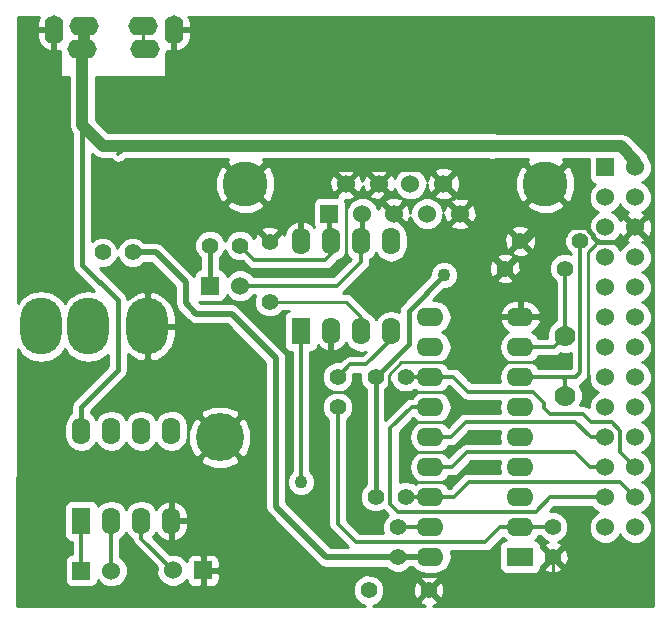
<source format=gbl>
G04 (created by PCBNEW (2013-04-19 BZR 4011)-stable) date 13/06/2013 21:19:41*
%MOIN*%
G04 Gerber Fmt 3.4, Leading zero omitted, Abs format*
%FSLAX34Y34*%
G01*
G70*
G90*
G04 APERTURE LIST*
%ADD10C,0.006*%
%ADD11C,0.15*%
%ADD12R,0.06X0.06*%
%ADD13C,0.06*%
%ADD14C,0.16*%
%ADD15C,0.055*%
%ADD16C,0.07*%
%ADD17R,0.062X0.09*%
%ADD18O,0.062X0.09*%
%ADD19R,0.09X0.062*%
%ADD20O,0.09X0.062*%
%ADD21O,0.137795X0.189*%
%ADD22O,0.0629921X0.0984252*%
%ADD23O,0.0984252X0.0629921*%
%ADD24C,0.0433071*%
%ADD25C,0.01*%
%ADD26C,0.02*%
%ADD27C,0.015748*%
%ADD28C,0.011811*%
%ADD29C,0.0393701*%
G04 APERTURE END LIST*
G54D10*
G54D11*
X69905Y-36950D03*
X59905Y-36950D03*
G54D12*
X62705Y-37950D03*
G54D13*
X63805Y-37950D03*
X64855Y-37950D03*
X65955Y-37950D03*
X67055Y-37950D03*
X63255Y-36950D03*
X64355Y-36950D03*
X65405Y-36950D03*
X66505Y-36950D03*
G54D12*
X71900Y-36400D03*
G54D13*
X72900Y-36400D03*
X71900Y-37400D03*
X72900Y-37400D03*
X71900Y-38400D03*
X72900Y-38400D03*
X71900Y-39400D03*
X72900Y-39400D03*
X71900Y-40400D03*
X72900Y-40400D03*
X71900Y-41400D03*
X72900Y-41400D03*
X71900Y-42400D03*
X72900Y-42400D03*
X71900Y-43400D03*
X72900Y-43400D03*
X71900Y-44400D03*
X72900Y-44400D03*
X71900Y-45400D03*
X72900Y-45400D03*
X71900Y-46400D03*
X72900Y-46400D03*
X71900Y-47400D03*
X72900Y-47400D03*
X71900Y-48400D03*
X72900Y-48400D03*
G54D14*
X59055Y-45400D03*
G54D15*
X56140Y-39240D03*
X55140Y-39240D03*
X62980Y-43395D03*
X62980Y-44395D03*
X64985Y-49395D03*
X64985Y-48395D03*
X64245Y-47380D03*
X65245Y-47380D03*
X64240Y-43385D03*
X65240Y-43385D03*
X70145Y-48390D03*
X70145Y-49390D03*
X58725Y-39010D03*
X59725Y-39010D03*
G54D12*
X58490Y-49840D03*
G54D13*
X57490Y-49840D03*
G54D12*
X58725Y-40345D03*
G54D13*
X59725Y-40345D03*
G54D16*
X70550Y-44015D03*
X70550Y-42015D03*
G54D17*
X54430Y-48190D03*
G54D18*
X55430Y-48190D03*
X56430Y-48190D03*
X57430Y-48190D03*
X57430Y-45190D03*
X56430Y-45190D03*
X55430Y-45190D03*
X54430Y-45190D03*
G54D17*
X61755Y-41865D03*
G54D18*
X62755Y-41865D03*
X63755Y-41865D03*
X64755Y-41865D03*
X64755Y-38865D03*
X63755Y-38865D03*
X62755Y-38865D03*
X61755Y-38865D03*
G54D19*
X69065Y-49390D03*
G54D20*
X69065Y-48390D03*
X69065Y-47390D03*
X69065Y-46390D03*
X69065Y-45390D03*
X69065Y-44390D03*
X69065Y-43390D03*
X69065Y-42390D03*
X69065Y-41390D03*
X66065Y-41390D03*
X66065Y-42390D03*
X66065Y-43390D03*
X66065Y-44390D03*
X66065Y-45390D03*
X66065Y-46390D03*
X66065Y-47390D03*
X66065Y-48390D03*
X66065Y-49390D03*
G54D15*
X66010Y-50500D03*
X64010Y-50500D03*
X60710Y-40880D03*
X60710Y-38880D03*
X68550Y-39775D03*
X70550Y-39775D03*
X69060Y-38860D03*
X71060Y-38860D03*
G54D12*
X54430Y-49845D03*
G54D13*
X55430Y-49845D03*
G54D21*
X53093Y-41700D03*
X56637Y-41700D03*
X54668Y-41700D03*
G54D22*
X57511Y-31823D03*
X53518Y-31815D03*
G54D23*
X56558Y-32457D03*
X54463Y-32472D03*
X56499Y-31677D03*
X54530Y-31677D03*
G54D24*
X66530Y-39990D03*
X68140Y-35680D03*
X61755Y-46885D03*
G54D25*
X56499Y-31677D02*
X56499Y-32398D01*
X56499Y-32398D02*
X56558Y-32457D01*
G54D26*
X56140Y-39240D02*
X56910Y-39240D01*
X56910Y-39240D02*
X57910Y-40240D01*
X57910Y-40240D02*
X57910Y-40930D01*
X57910Y-40930D02*
X58270Y-41290D01*
X58270Y-41290D02*
X59440Y-41290D01*
X59440Y-41290D02*
X60921Y-42771D01*
X60921Y-42771D02*
X60921Y-47719D01*
X60921Y-47719D02*
X62597Y-49395D01*
X62597Y-49395D02*
X64985Y-49395D01*
G54D27*
X65340Y-42285D02*
X64240Y-43385D01*
X65340Y-41180D02*
X65340Y-42285D01*
X66530Y-39990D02*
X65340Y-41180D01*
G54D25*
X64240Y-43385D02*
X64240Y-43350D01*
G54D27*
X64240Y-43385D02*
X64240Y-47375D01*
G54D28*
X64240Y-47375D02*
X64245Y-47380D01*
G54D26*
X66065Y-49390D02*
X64990Y-49390D01*
G54D28*
X64990Y-49390D02*
X64985Y-49395D01*
G54D27*
X54430Y-45190D02*
X54430Y-44390D01*
X54463Y-39651D02*
X54463Y-34993D01*
X55650Y-40838D02*
X54463Y-39651D01*
X55650Y-43170D02*
X55650Y-40838D01*
X54430Y-44390D02*
X55650Y-43170D01*
G54D28*
X55665Y-35955D02*
X55940Y-35680D01*
G54D29*
X68140Y-35680D02*
X55940Y-35680D01*
X55940Y-35680D02*
X55150Y-35680D01*
X54463Y-34993D02*
X54463Y-32472D01*
X55150Y-35680D02*
X54463Y-34993D01*
X54530Y-32539D02*
X54530Y-31677D01*
G54D25*
X63755Y-41865D02*
X63755Y-41385D01*
X63250Y-40880D02*
X60710Y-40880D01*
X63755Y-41385D02*
X63250Y-40880D01*
X68140Y-35680D02*
X68140Y-35690D01*
G54D29*
X72415Y-35690D02*
X68140Y-35690D01*
X72900Y-36175D02*
X72415Y-35690D01*
X72900Y-36400D02*
X72900Y-36175D01*
G54D25*
X59055Y-45400D02*
X59055Y-45421D01*
X57430Y-47047D02*
X57430Y-47485D01*
X59055Y-45421D02*
X57430Y-47047D01*
G54D28*
X57430Y-48190D02*
X57430Y-47485D01*
X59080Y-45375D02*
X59055Y-45400D01*
G54D25*
X65597Y-50008D02*
X70042Y-50008D01*
X70145Y-49905D02*
X70145Y-49390D01*
X70042Y-50008D02*
X70145Y-49905D01*
X61445Y-49840D02*
X64218Y-49840D01*
G54D28*
X58490Y-49840D02*
X61445Y-49840D01*
G54D25*
X65597Y-50087D02*
X66010Y-50500D01*
X65597Y-50008D02*
X65597Y-50087D01*
X65366Y-50239D02*
X65597Y-50008D01*
X64617Y-50239D02*
X65366Y-50239D01*
X64218Y-49840D02*
X64617Y-50239D01*
X62755Y-41865D02*
X62755Y-42535D01*
X63770Y-48398D02*
X64130Y-48398D01*
X63338Y-47966D02*
X63770Y-48398D01*
X63338Y-47062D02*
X63338Y-47966D01*
X63615Y-46785D02*
X63338Y-47062D01*
X63615Y-44202D02*
X63615Y-46785D01*
X63315Y-43902D02*
X63615Y-44202D01*
X62502Y-43902D02*
X63315Y-43902D01*
X62320Y-43720D02*
X62502Y-43902D01*
X62320Y-42970D02*
X62320Y-43720D01*
X62755Y-42535D02*
X62320Y-42970D01*
X57430Y-48190D02*
X57430Y-47440D01*
X54390Y-46605D02*
X53900Y-46115D01*
X56595Y-46605D02*
X54390Y-46605D01*
X57430Y-47440D02*
X56595Y-46605D01*
X71597Y-38822D02*
X71597Y-38962D01*
X71335Y-44075D02*
X71230Y-44180D01*
X71335Y-39225D02*
X71335Y-44075D01*
X71597Y-38962D02*
X71335Y-39225D01*
X69065Y-41390D02*
X68155Y-41390D01*
X70265Y-42890D02*
X70285Y-42870D01*
X68245Y-42890D02*
X70265Y-42890D01*
X67845Y-42490D02*
X68245Y-42890D01*
X67845Y-41700D02*
X67845Y-42490D01*
X68155Y-41390D02*
X67845Y-41700D01*
X65140Y-45640D02*
X65140Y-46635D01*
X67325Y-46400D02*
X67915Y-46400D01*
X66845Y-46880D02*
X67325Y-46400D01*
X65385Y-46880D02*
X66845Y-46880D01*
X65140Y-46635D02*
X65385Y-46880D01*
X69065Y-41390D02*
X68150Y-41390D01*
X67260Y-45400D02*
X67975Y-45400D01*
X66765Y-45895D02*
X67260Y-45400D01*
X65395Y-45895D02*
X66765Y-45895D01*
X65140Y-45640D02*
X65395Y-45895D01*
X65140Y-45220D02*
X65140Y-45640D01*
X65460Y-44900D02*
X65140Y-45220D01*
X66715Y-44900D02*
X65460Y-44900D01*
X67045Y-44570D02*
X66715Y-44900D01*
X67045Y-44245D02*
X67045Y-44570D01*
X66695Y-43895D02*
X67045Y-44245D01*
X64895Y-43895D02*
X66695Y-43895D01*
X64675Y-43675D02*
X64895Y-43895D01*
X64675Y-43310D02*
X64675Y-43675D01*
X65095Y-42890D02*
X64675Y-43310D01*
X66735Y-42890D02*
X65095Y-42890D01*
X67220Y-42405D02*
X66735Y-42890D01*
X67220Y-42320D02*
X67220Y-42405D01*
X68150Y-41390D02*
X67220Y-42320D01*
X63255Y-36950D02*
X63255Y-36990D01*
X62810Y-39910D02*
X62560Y-39910D01*
X63260Y-39460D02*
X62810Y-39910D01*
X63260Y-37745D02*
X63260Y-39460D01*
X63350Y-37655D02*
X63260Y-37745D01*
X63350Y-37575D02*
X63350Y-37655D01*
X63595Y-37330D02*
X63350Y-37575D01*
X63255Y-36990D02*
X63595Y-37330D01*
X58970Y-41700D02*
X56637Y-41700D01*
X59080Y-41810D02*
X58970Y-41700D01*
G54D27*
X72900Y-38400D02*
X72885Y-38400D01*
X72885Y-38400D02*
X72385Y-38900D01*
X72385Y-38900D02*
X71675Y-38900D01*
X71675Y-38900D02*
X71597Y-38822D01*
X71597Y-38822D02*
X71495Y-38720D01*
X71495Y-38720D02*
X71495Y-38670D01*
X71495Y-38670D02*
X71465Y-38640D01*
X71465Y-38640D02*
X71465Y-38610D01*
X71465Y-38610D02*
X71245Y-38390D01*
X71245Y-38390D02*
X69720Y-38390D01*
X69720Y-38390D02*
X69250Y-38860D01*
X69250Y-38860D02*
X69060Y-38860D01*
G54D28*
X58490Y-49840D02*
X58490Y-49300D01*
X57430Y-48875D02*
X57430Y-48190D01*
X57540Y-48985D02*
X57430Y-48875D01*
X58175Y-48985D02*
X57540Y-48985D01*
X58490Y-49300D02*
X58175Y-48985D01*
X60710Y-38880D02*
X61630Y-37960D01*
X61670Y-37960D02*
X61755Y-37875D01*
X61630Y-37960D02*
X61670Y-37960D01*
X63725Y-36480D02*
X62385Y-36480D01*
X61755Y-37110D02*
X61755Y-37875D01*
X61755Y-37875D02*
X61755Y-38865D01*
X62385Y-36480D02*
X61755Y-37110D01*
X64855Y-37950D02*
X64410Y-37505D01*
X64610Y-37205D02*
X64355Y-36950D01*
X64610Y-37315D02*
X64610Y-37205D01*
X64420Y-37505D02*
X64610Y-37315D01*
X64410Y-37505D02*
X64420Y-37505D01*
X64355Y-36950D02*
X64755Y-36550D01*
X64755Y-36550D02*
X64755Y-36480D01*
X64755Y-36480D02*
X64755Y-36485D01*
X64755Y-36485D02*
X64755Y-36480D01*
X66505Y-36950D02*
X66500Y-36950D01*
X63725Y-36480D02*
X63255Y-36950D01*
X66030Y-36480D02*
X64755Y-36480D01*
X64755Y-36480D02*
X63725Y-36480D01*
X66500Y-36950D02*
X66030Y-36480D01*
X67575Y-37430D02*
X66985Y-37430D01*
X66985Y-37430D02*
X66505Y-36950D01*
X67055Y-37950D02*
X67575Y-37430D01*
X67630Y-37430D02*
X69060Y-38860D01*
X67575Y-37430D02*
X67630Y-37430D01*
X69060Y-38860D02*
X69410Y-39210D01*
X69410Y-39580D02*
X68885Y-40105D01*
X69410Y-39210D02*
X69410Y-39580D01*
X68550Y-39775D02*
X68555Y-39775D01*
X68555Y-39775D02*
X68885Y-40105D01*
X69065Y-40285D02*
X69065Y-41390D01*
X68885Y-40105D02*
X69065Y-40285D01*
X69065Y-38865D02*
X69060Y-38860D01*
X65240Y-43385D02*
X66060Y-43385D01*
X66060Y-43385D02*
X66065Y-43390D01*
X66065Y-43390D02*
X66825Y-43390D01*
X72395Y-45895D02*
X72900Y-46400D01*
X72395Y-45185D02*
X72395Y-45895D01*
X72115Y-44905D02*
X72395Y-45185D01*
X71430Y-44905D02*
X72115Y-44905D01*
X71165Y-44640D02*
X71430Y-44905D01*
X70065Y-44640D02*
X71165Y-44640D01*
X69865Y-44440D02*
X70065Y-44640D01*
X69865Y-44250D02*
X69865Y-44440D01*
X69495Y-43880D02*
X69865Y-44250D01*
X67315Y-43880D02*
X69495Y-43880D01*
X66825Y-43390D02*
X67315Y-43880D01*
X56430Y-48190D02*
X56430Y-48780D01*
X56430Y-48780D02*
X57490Y-49840D01*
X70550Y-42015D02*
X70550Y-39775D01*
X69065Y-42390D02*
X70175Y-42390D01*
X70175Y-42390D02*
X70550Y-42015D01*
X70550Y-44015D02*
X70550Y-43470D01*
X70550Y-43470D02*
X70470Y-43390D01*
X69065Y-43390D02*
X70470Y-43390D01*
X70470Y-43390D02*
X70910Y-43390D01*
X71060Y-43240D02*
X71060Y-38860D01*
X70910Y-43390D02*
X71060Y-43240D01*
X61755Y-46885D02*
X61755Y-41865D01*
X54430Y-48190D02*
X54430Y-49845D01*
X62980Y-44395D02*
X62980Y-48275D01*
X67905Y-48890D02*
X68405Y-48390D01*
X68405Y-48390D02*
X69065Y-48390D01*
X63595Y-48890D02*
X67905Y-48890D01*
X62980Y-48275D02*
X63595Y-48890D01*
X70145Y-48390D02*
X69065Y-48390D01*
G54D27*
X58725Y-39010D02*
X58725Y-40345D01*
G54D28*
X64755Y-41865D02*
X64755Y-42145D01*
X63405Y-42970D02*
X62980Y-43395D01*
X63930Y-42970D02*
X63405Y-42970D01*
X64755Y-42145D02*
X63930Y-42970D01*
X66065Y-48390D02*
X64990Y-48390D01*
X64990Y-48390D02*
X64985Y-48395D01*
X59725Y-40345D02*
X62965Y-40345D01*
X63755Y-39555D02*
X63755Y-38865D01*
X62965Y-40345D02*
X63755Y-39555D01*
G54D27*
X63805Y-37950D02*
X63805Y-38815D01*
G54D28*
X63805Y-38815D02*
X63755Y-38865D01*
X59725Y-39010D02*
X59725Y-39015D01*
X62755Y-39305D02*
X62755Y-38865D01*
X62565Y-39495D02*
X62755Y-39305D01*
X60205Y-39495D02*
X62565Y-39495D01*
X59725Y-39015D02*
X60205Y-39495D01*
G54D27*
X62705Y-37950D02*
X62705Y-38815D01*
G54D28*
X62705Y-38815D02*
X62755Y-38865D01*
X55430Y-48190D02*
X55430Y-49845D01*
X66065Y-47390D02*
X65255Y-47390D01*
X65255Y-47390D02*
X65245Y-47380D01*
X66065Y-47390D02*
X66850Y-47390D01*
X72390Y-46890D02*
X72900Y-47400D01*
X67350Y-46890D02*
X72390Y-46890D01*
X66850Y-47390D02*
X67350Y-46890D01*
X66065Y-46390D02*
X66790Y-46390D01*
X71405Y-46400D02*
X71900Y-46400D01*
X70900Y-45895D02*
X71405Y-46400D01*
X67285Y-45895D02*
X70900Y-45895D01*
X66790Y-46390D02*
X67285Y-45895D01*
X66065Y-45390D02*
X66740Y-45390D01*
X71410Y-45400D02*
X71900Y-45400D01*
X70900Y-44890D02*
X71410Y-45400D01*
X67240Y-44890D02*
X70900Y-44890D01*
X66740Y-45390D02*
X67240Y-44890D01*
X66065Y-44390D02*
X65445Y-44390D01*
X70070Y-47400D02*
X71900Y-47400D01*
X69575Y-47895D02*
X70070Y-47400D01*
X65000Y-47895D02*
X69575Y-47895D01*
X64735Y-47630D02*
X65000Y-47895D01*
X64735Y-45100D02*
X64735Y-47630D01*
X65445Y-44390D02*
X64735Y-45100D01*
G54D10*
G36*
X54868Y-40521D02*
X54668Y-40481D01*
X54309Y-40553D01*
X54004Y-40756D01*
X53881Y-40941D01*
X53757Y-40756D01*
X53468Y-40563D01*
X53468Y-32492D01*
X53468Y-31865D01*
X52953Y-31865D01*
X52953Y-32042D01*
X53016Y-32254D01*
X53154Y-32427D01*
X53348Y-32533D01*
X53381Y-32540D01*
X53468Y-32492D01*
X53468Y-40563D01*
X53453Y-40553D01*
X53093Y-40481D01*
X52734Y-40553D01*
X52429Y-40756D01*
X52307Y-40939D01*
X52309Y-31375D01*
X53016Y-31375D01*
X53016Y-31375D01*
X52953Y-31588D01*
X52953Y-31765D01*
X53468Y-31765D01*
X53468Y-31757D01*
X53568Y-31757D01*
X53568Y-31765D01*
X53576Y-31765D01*
X53576Y-31865D01*
X53568Y-31865D01*
X53568Y-32492D01*
X53656Y-32540D01*
X53688Y-32533D01*
X53716Y-32518D01*
X53725Y-32562D01*
X53725Y-33375D01*
X54016Y-33375D01*
X54016Y-34993D01*
X54050Y-35164D01*
X54135Y-35290D01*
X54135Y-39651D01*
X54160Y-39777D01*
X54231Y-39884D01*
X54868Y-40521D01*
X54868Y-40521D01*
G37*
G54D25*
X54868Y-40521D02*
X54668Y-40481D01*
X54309Y-40553D01*
X54004Y-40756D01*
X53881Y-40941D01*
X53757Y-40756D01*
X53468Y-40563D01*
X53468Y-32492D01*
X53468Y-31865D01*
X52953Y-31865D01*
X52953Y-32042D01*
X53016Y-32254D01*
X53154Y-32427D01*
X53348Y-32533D01*
X53381Y-32540D01*
X53468Y-32492D01*
X53468Y-40563D01*
X53453Y-40553D01*
X53093Y-40481D01*
X52734Y-40553D01*
X52429Y-40756D01*
X52307Y-40939D01*
X52309Y-31375D01*
X53016Y-31375D01*
X53016Y-31375D01*
X52953Y-31588D01*
X52953Y-31765D01*
X53468Y-31765D01*
X53468Y-31757D01*
X53568Y-31757D01*
X53568Y-31765D01*
X53576Y-31765D01*
X53576Y-31865D01*
X53568Y-31865D01*
X53568Y-32492D01*
X53656Y-32540D01*
X53688Y-32533D01*
X53716Y-32518D01*
X53725Y-32562D01*
X53725Y-33375D01*
X54016Y-33375D01*
X54016Y-34993D01*
X54050Y-35164D01*
X54135Y-35290D01*
X54135Y-39651D01*
X54160Y-39777D01*
X54231Y-39884D01*
X54868Y-40521D01*
G54D10*
G36*
X63418Y-39454D02*
X62836Y-40035D01*
X60192Y-40035D01*
X60191Y-40033D01*
X60036Y-39879D01*
X59834Y-39795D01*
X59616Y-39794D01*
X59413Y-39878D01*
X59275Y-40017D01*
X59275Y-39995D01*
X59237Y-39903D01*
X59166Y-39833D01*
X59074Y-39795D01*
X59053Y-39795D01*
X59053Y-39423D01*
X59169Y-39307D01*
X59225Y-39174D01*
X59279Y-39307D01*
X59427Y-39454D01*
X59620Y-39534D01*
X59808Y-39535D01*
X59986Y-39713D01*
X60086Y-39780D01*
X60086Y-39780D01*
X60205Y-39804D01*
X62565Y-39804D01*
X62683Y-39780D01*
X62683Y-39780D01*
X62783Y-39713D01*
X62958Y-39538D01*
X62969Y-39536D01*
X63150Y-39414D01*
X63255Y-39259D01*
X63359Y-39414D01*
X63418Y-39454D01*
X63418Y-39454D01*
G37*
G54D25*
X63418Y-39454D02*
X62836Y-40035D01*
X60192Y-40035D01*
X60191Y-40033D01*
X60036Y-39879D01*
X59834Y-39795D01*
X59616Y-39794D01*
X59413Y-39878D01*
X59275Y-40017D01*
X59275Y-39995D01*
X59237Y-39903D01*
X59166Y-39833D01*
X59074Y-39795D01*
X59053Y-39795D01*
X59053Y-39423D01*
X59169Y-39307D01*
X59225Y-39174D01*
X59279Y-39307D01*
X59427Y-39454D01*
X59620Y-39534D01*
X59808Y-39535D01*
X59986Y-39713D01*
X60086Y-39780D01*
X60086Y-39780D01*
X60205Y-39804D01*
X62565Y-39804D01*
X62683Y-39780D01*
X62683Y-39780D01*
X62783Y-39713D01*
X62958Y-39538D01*
X62969Y-39536D01*
X63150Y-39414D01*
X63255Y-39259D01*
X63359Y-39414D01*
X63418Y-39454D01*
G54D10*
G36*
X63916Y-42546D02*
X63801Y-42660D01*
X63405Y-42660D01*
X63286Y-42684D01*
X63186Y-42751D01*
X63186Y-42751D01*
X63067Y-42870D01*
X62876Y-42869D01*
X62683Y-42949D01*
X62535Y-43097D01*
X62455Y-43290D01*
X62454Y-43498D01*
X62534Y-43692D01*
X62682Y-43839D01*
X62815Y-43895D01*
X62683Y-43949D01*
X62535Y-44097D01*
X62455Y-44290D01*
X62454Y-44498D01*
X62534Y-44692D01*
X62670Y-44828D01*
X62670Y-48275D01*
X62694Y-48393D01*
X62761Y-48493D01*
X63312Y-49045D01*
X62741Y-49045D01*
X61271Y-47574D01*
X61271Y-42771D01*
X61270Y-42770D01*
X61271Y-42770D01*
X61244Y-42637D01*
X61168Y-42523D01*
X61168Y-42523D01*
X59687Y-41042D01*
X59573Y-40966D01*
X59440Y-40940D01*
X58414Y-40940D01*
X58366Y-40891D01*
X58375Y-40894D01*
X58474Y-40895D01*
X59074Y-40895D01*
X59166Y-40857D01*
X59236Y-40786D01*
X59274Y-40694D01*
X59274Y-40672D01*
X59413Y-40810D01*
X59615Y-40894D01*
X59833Y-40895D01*
X60036Y-40811D01*
X60190Y-40656D01*
X60192Y-40654D01*
X60235Y-40654D01*
X60185Y-40775D01*
X60184Y-40983D01*
X60264Y-41177D01*
X60412Y-41324D01*
X60605Y-41404D01*
X60813Y-41405D01*
X61007Y-41325D01*
X61152Y-41180D01*
X61359Y-41180D01*
X61303Y-41202D01*
X61233Y-41273D01*
X61195Y-41365D01*
X61194Y-41464D01*
X61194Y-42364D01*
X61232Y-42456D01*
X61303Y-42526D01*
X61395Y-42564D01*
X61445Y-42565D01*
X61445Y-46534D01*
X61359Y-46620D01*
X61288Y-46791D01*
X61288Y-46977D01*
X61359Y-47148D01*
X61490Y-47280D01*
X61661Y-47351D01*
X61847Y-47351D01*
X62018Y-47280D01*
X62150Y-47149D01*
X62221Y-46978D01*
X62221Y-46792D01*
X62150Y-46621D01*
X62064Y-46534D01*
X62064Y-42565D01*
X62114Y-42565D01*
X62206Y-42527D01*
X62276Y-42456D01*
X62314Y-42364D01*
X62314Y-42337D01*
X62394Y-42436D01*
X62586Y-42541D01*
X62618Y-42548D01*
X62705Y-42499D01*
X62705Y-41915D01*
X62697Y-41915D01*
X62697Y-41815D01*
X62705Y-41815D01*
X62705Y-41807D01*
X62805Y-41807D01*
X62805Y-41815D01*
X62812Y-41815D01*
X62812Y-41915D01*
X62805Y-41915D01*
X62805Y-42499D01*
X62891Y-42548D01*
X62923Y-42541D01*
X63115Y-42436D01*
X63253Y-42265D01*
X63255Y-42259D01*
X63359Y-42414D01*
X63540Y-42536D01*
X63755Y-42578D01*
X63916Y-42546D01*
X63916Y-42546D01*
G37*
G54D25*
X63916Y-42546D02*
X63801Y-42660D01*
X63405Y-42660D01*
X63286Y-42684D01*
X63186Y-42751D01*
X63186Y-42751D01*
X63067Y-42870D01*
X62876Y-42869D01*
X62683Y-42949D01*
X62535Y-43097D01*
X62455Y-43290D01*
X62454Y-43498D01*
X62534Y-43692D01*
X62682Y-43839D01*
X62815Y-43895D01*
X62683Y-43949D01*
X62535Y-44097D01*
X62455Y-44290D01*
X62454Y-44498D01*
X62534Y-44692D01*
X62670Y-44828D01*
X62670Y-48275D01*
X62694Y-48393D01*
X62761Y-48493D01*
X63312Y-49045D01*
X62741Y-49045D01*
X61271Y-47574D01*
X61271Y-42771D01*
X61270Y-42770D01*
X61271Y-42770D01*
X61244Y-42637D01*
X61168Y-42523D01*
X61168Y-42523D01*
X59687Y-41042D01*
X59573Y-40966D01*
X59440Y-40940D01*
X58414Y-40940D01*
X58366Y-40891D01*
X58375Y-40894D01*
X58474Y-40895D01*
X59074Y-40895D01*
X59166Y-40857D01*
X59236Y-40786D01*
X59274Y-40694D01*
X59274Y-40672D01*
X59413Y-40810D01*
X59615Y-40894D01*
X59833Y-40895D01*
X60036Y-40811D01*
X60190Y-40656D01*
X60192Y-40654D01*
X60235Y-40654D01*
X60185Y-40775D01*
X60184Y-40983D01*
X60264Y-41177D01*
X60412Y-41324D01*
X60605Y-41404D01*
X60813Y-41405D01*
X61007Y-41325D01*
X61152Y-41180D01*
X61359Y-41180D01*
X61303Y-41202D01*
X61233Y-41273D01*
X61195Y-41365D01*
X61194Y-41464D01*
X61194Y-42364D01*
X61232Y-42456D01*
X61303Y-42526D01*
X61395Y-42564D01*
X61445Y-42565D01*
X61445Y-46534D01*
X61359Y-46620D01*
X61288Y-46791D01*
X61288Y-46977D01*
X61359Y-47148D01*
X61490Y-47280D01*
X61661Y-47351D01*
X61847Y-47351D01*
X62018Y-47280D01*
X62150Y-47149D01*
X62221Y-46978D01*
X62221Y-46792D01*
X62150Y-46621D01*
X62064Y-46534D01*
X62064Y-42565D01*
X62114Y-42565D01*
X62206Y-42527D01*
X62276Y-42456D01*
X62314Y-42364D01*
X62314Y-42337D01*
X62394Y-42436D01*
X62586Y-42541D01*
X62618Y-42548D01*
X62705Y-42499D01*
X62705Y-41915D01*
X62697Y-41915D01*
X62697Y-41815D01*
X62705Y-41815D01*
X62705Y-41807D01*
X62805Y-41807D01*
X62805Y-41815D01*
X62812Y-41815D01*
X62812Y-41915D01*
X62805Y-41915D01*
X62805Y-42499D01*
X62891Y-42548D01*
X62923Y-42541D01*
X63115Y-42436D01*
X63253Y-42265D01*
X63255Y-42259D01*
X63359Y-42414D01*
X63540Y-42536D01*
X63755Y-42578D01*
X63916Y-42546D01*
G54D10*
G36*
X64652Y-47984D02*
X64540Y-48097D01*
X64460Y-48290D01*
X64459Y-48498D01*
X64493Y-48580D01*
X63723Y-48580D01*
X63289Y-48146D01*
X63289Y-44828D01*
X63424Y-44692D01*
X63504Y-44499D01*
X63505Y-44291D01*
X63425Y-44098D01*
X63277Y-43950D01*
X63144Y-43894D01*
X63277Y-43840D01*
X63424Y-43692D01*
X63504Y-43499D01*
X63505Y-43306D01*
X63533Y-43279D01*
X63715Y-43279D01*
X63715Y-43280D01*
X63714Y-43488D01*
X63794Y-43682D01*
X63911Y-43798D01*
X63911Y-46971D01*
X63800Y-47082D01*
X63720Y-47275D01*
X63719Y-47483D01*
X63799Y-47677D01*
X63947Y-47824D01*
X64140Y-47904D01*
X64348Y-47905D01*
X64509Y-47838D01*
X64516Y-47848D01*
X64652Y-47984D01*
X64652Y-47984D01*
G37*
G54D25*
X64652Y-47984D02*
X64540Y-48097D01*
X64460Y-48290D01*
X64459Y-48498D01*
X64493Y-48580D01*
X63723Y-48580D01*
X63289Y-48146D01*
X63289Y-44828D01*
X63424Y-44692D01*
X63504Y-44499D01*
X63505Y-44291D01*
X63425Y-44098D01*
X63277Y-43950D01*
X63144Y-43894D01*
X63277Y-43840D01*
X63424Y-43692D01*
X63504Y-43499D01*
X63505Y-43306D01*
X63533Y-43279D01*
X63715Y-43279D01*
X63715Y-43280D01*
X63714Y-43488D01*
X63794Y-43682D01*
X63911Y-43798D01*
X63911Y-46971D01*
X63800Y-47082D01*
X63720Y-47275D01*
X63719Y-47483D01*
X63799Y-47677D01*
X63947Y-47824D01*
X64140Y-47904D01*
X64348Y-47905D01*
X64509Y-47838D01*
X64516Y-47848D01*
X64652Y-47984D01*
G54D10*
G36*
X65670Y-43890D02*
X65515Y-43994D01*
X65457Y-44080D01*
X65445Y-44080D01*
X65444Y-44080D01*
X65421Y-44085D01*
X65326Y-44104D01*
X65226Y-44171D01*
X65226Y-44171D01*
X64568Y-44829D01*
X64568Y-43798D01*
X64684Y-43682D01*
X64740Y-43549D01*
X64794Y-43682D01*
X64942Y-43829D01*
X65135Y-43909D01*
X65343Y-43910D01*
X65537Y-43830D01*
X65554Y-43812D01*
X65670Y-43890D01*
X65670Y-43890D01*
G37*
G54D25*
X65670Y-43890D02*
X65515Y-43994D01*
X65457Y-44080D01*
X65445Y-44080D01*
X65444Y-44080D01*
X65421Y-44085D01*
X65326Y-44104D01*
X65226Y-44171D01*
X65226Y-44171D01*
X64568Y-44829D01*
X64568Y-43798D01*
X64684Y-43682D01*
X64740Y-43549D01*
X64794Y-43682D01*
X64942Y-43829D01*
X65135Y-43909D01*
X65343Y-43910D01*
X65537Y-43830D01*
X65554Y-43812D01*
X65670Y-43890D01*
G54D10*
G36*
X65670Y-46890D02*
X65567Y-46959D01*
X65542Y-46935D01*
X65349Y-46855D01*
X65141Y-46854D01*
X65044Y-46894D01*
X65044Y-45228D01*
X65503Y-44768D01*
X65515Y-44785D01*
X65670Y-44890D01*
X65515Y-44994D01*
X65393Y-45175D01*
X65351Y-45390D01*
X65393Y-45604D01*
X65515Y-45785D01*
X65670Y-45890D01*
X65515Y-45994D01*
X65393Y-46175D01*
X65351Y-46390D01*
X65393Y-46604D01*
X65515Y-46785D01*
X65670Y-46890D01*
X65670Y-46890D01*
G37*
G54D25*
X65670Y-46890D02*
X65567Y-46959D01*
X65542Y-46935D01*
X65349Y-46855D01*
X65141Y-46854D01*
X65044Y-46894D01*
X65044Y-45228D01*
X65503Y-44768D01*
X65515Y-44785D01*
X65670Y-44890D01*
X65515Y-44994D01*
X65393Y-45175D01*
X65351Y-45390D01*
X65393Y-45604D01*
X65515Y-45785D01*
X65670Y-45890D01*
X65515Y-45994D01*
X65393Y-46175D01*
X65351Y-46390D01*
X65393Y-46604D01*
X65515Y-46785D01*
X65670Y-46890D01*
G54D10*
G36*
X68389Y-46580D02*
X67350Y-46580D01*
X67231Y-46604D01*
X67131Y-46671D01*
X66721Y-47080D01*
X66672Y-47080D01*
X66614Y-46994D01*
X66459Y-46890D01*
X66614Y-46785D01*
X66672Y-46699D01*
X66790Y-46699D01*
X66908Y-46675D01*
X66908Y-46675D01*
X67008Y-46608D01*
X67413Y-46204D01*
X68388Y-46204D01*
X68351Y-46390D01*
X68389Y-46580D01*
X68389Y-46580D01*
G37*
G54D25*
X68389Y-46580D02*
X67350Y-46580D01*
X67231Y-46604D01*
X67131Y-46671D01*
X66721Y-47080D01*
X66672Y-47080D01*
X66614Y-46994D01*
X66459Y-46890D01*
X66614Y-46785D01*
X66672Y-46699D01*
X66790Y-46699D01*
X66908Y-46675D01*
X66908Y-46675D01*
X67008Y-46608D01*
X67413Y-46204D01*
X68388Y-46204D01*
X68351Y-46390D01*
X68389Y-46580D01*
G54D10*
G36*
X68390Y-45585D02*
X67285Y-45585D01*
X67284Y-45585D01*
X67261Y-45590D01*
X67166Y-45609D01*
X67066Y-45676D01*
X67066Y-45676D01*
X66668Y-46074D01*
X66614Y-45994D01*
X66459Y-45890D01*
X66614Y-45785D01*
X66672Y-45699D01*
X66740Y-45699D01*
X66858Y-45675D01*
X66858Y-45675D01*
X66958Y-45608D01*
X67368Y-45199D01*
X68389Y-45199D01*
X68351Y-45390D01*
X68390Y-45585D01*
X68390Y-45585D01*
G37*
G54D25*
X68390Y-45585D02*
X67285Y-45585D01*
X67284Y-45585D01*
X67261Y-45590D01*
X67166Y-45609D01*
X67066Y-45676D01*
X67066Y-45676D01*
X66668Y-46074D01*
X66614Y-45994D01*
X66459Y-45890D01*
X66614Y-45785D01*
X66672Y-45699D01*
X66740Y-45699D01*
X66858Y-45675D01*
X66858Y-45675D01*
X66958Y-45608D01*
X67368Y-45199D01*
X68389Y-45199D01*
X68351Y-45390D01*
X68390Y-45585D01*
G54D10*
G36*
X68391Y-44189D02*
X68351Y-44390D01*
X68389Y-44580D01*
X67240Y-44580D01*
X67121Y-44604D01*
X67021Y-44671D01*
X66648Y-45044D01*
X66614Y-44994D01*
X66459Y-44890D01*
X66614Y-44785D01*
X66736Y-44604D01*
X66778Y-44390D01*
X66736Y-44175D01*
X66614Y-43994D01*
X66459Y-43890D01*
X66614Y-43785D01*
X66672Y-43699D01*
X66696Y-43699D01*
X67096Y-44098D01*
X67196Y-44165D01*
X67196Y-44165D01*
X67315Y-44189D01*
X68391Y-44189D01*
X68391Y-44189D01*
G37*
G54D25*
X68391Y-44189D02*
X68351Y-44390D01*
X68389Y-44580D01*
X67240Y-44580D01*
X67121Y-44604D01*
X67021Y-44671D01*
X66648Y-45044D01*
X66614Y-44994D01*
X66459Y-44890D01*
X66614Y-44785D01*
X66736Y-44604D01*
X66778Y-44390D01*
X66736Y-44175D01*
X66614Y-43994D01*
X66459Y-43890D01*
X66614Y-43785D01*
X66672Y-43699D01*
X66696Y-43699D01*
X67096Y-44098D01*
X67196Y-44165D01*
X67196Y-44165D01*
X67315Y-44189D01*
X68391Y-44189D01*
G54D10*
G36*
X70750Y-43080D02*
X70470Y-43080D01*
X69672Y-43080D01*
X69614Y-42994D01*
X69459Y-42890D01*
X69614Y-42785D01*
X69672Y-42699D01*
X70175Y-42699D01*
X70293Y-42675D01*
X70293Y-42675D01*
X70393Y-42608D01*
X70399Y-42602D01*
X70430Y-42614D01*
X70668Y-42615D01*
X70750Y-42581D01*
X70750Y-43080D01*
X70750Y-43080D01*
G37*
G54D25*
X70750Y-43080D02*
X70470Y-43080D01*
X69672Y-43080D01*
X69614Y-42994D01*
X69459Y-42890D01*
X69614Y-42785D01*
X69672Y-42699D01*
X70175Y-42699D01*
X70293Y-42675D01*
X70293Y-42675D01*
X70393Y-42608D01*
X70399Y-42602D01*
X70430Y-42614D01*
X70668Y-42615D01*
X70750Y-42581D01*
X70750Y-43080D01*
G54D10*
G36*
X71669Y-37899D02*
X71588Y-37933D01*
X71434Y-38088D01*
X71350Y-38290D01*
X71349Y-38411D01*
X71164Y-38335D01*
X70956Y-38334D01*
X70906Y-38355D01*
X70906Y-37139D01*
X70903Y-36741D01*
X70758Y-36391D01*
X70616Y-36309D01*
X69975Y-36950D01*
X70616Y-37590D01*
X70758Y-37508D01*
X70906Y-37139D01*
X70906Y-38355D01*
X70763Y-38414D01*
X70615Y-38562D01*
X70545Y-38730D01*
X70545Y-37661D01*
X69905Y-37020D01*
X69834Y-37091D01*
X69834Y-36950D01*
X69193Y-36309D01*
X69051Y-36391D01*
X68903Y-36760D01*
X68906Y-37158D01*
X69051Y-37508D01*
X69193Y-37590D01*
X69834Y-36950D01*
X69834Y-37091D01*
X69264Y-37661D01*
X69346Y-37803D01*
X69715Y-37951D01*
X70113Y-37948D01*
X70463Y-37803D01*
X70545Y-37661D01*
X70545Y-38730D01*
X70535Y-38755D01*
X70534Y-38963D01*
X70614Y-39157D01*
X70744Y-39287D01*
X70654Y-39250D01*
X70446Y-39249D01*
X70253Y-39329D01*
X70105Y-39477D01*
X70025Y-39670D01*
X70024Y-39878D01*
X70104Y-40072D01*
X70240Y-40208D01*
X70240Y-41493D01*
X70210Y-41506D01*
X70041Y-41674D01*
X69950Y-41895D01*
X69949Y-42080D01*
X69672Y-42080D01*
X69614Y-41994D01*
X69459Y-41890D01*
X69465Y-41888D01*
X69636Y-41750D01*
X69741Y-41558D01*
X69748Y-41526D01*
X69748Y-41253D01*
X69741Y-41221D01*
X69636Y-41029D01*
X69589Y-40991D01*
X69589Y-38935D01*
X69578Y-38727D01*
X69520Y-38587D01*
X69427Y-38562D01*
X69357Y-38633D01*
X69357Y-38492D01*
X69332Y-38399D01*
X69135Y-38330D01*
X68927Y-38341D01*
X68787Y-38399D01*
X68762Y-38492D01*
X69060Y-38789D01*
X69357Y-38492D01*
X69357Y-38633D01*
X69130Y-38860D01*
X69427Y-39157D01*
X69520Y-39132D01*
X69589Y-38935D01*
X69589Y-40991D01*
X69465Y-40891D01*
X69357Y-40859D01*
X69357Y-39227D01*
X69060Y-38930D01*
X68989Y-39001D01*
X68989Y-38860D01*
X68692Y-38562D01*
X68599Y-38587D01*
X68530Y-38784D01*
X68541Y-38992D01*
X68599Y-39132D01*
X68692Y-39157D01*
X68989Y-38860D01*
X68989Y-39001D01*
X68762Y-39227D01*
X68781Y-39300D01*
X68625Y-39245D01*
X68417Y-39256D01*
X68277Y-39314D01*
X68252Y-39407D01*
X68550Y-39704D01*
X68847Y-39407D01*
X68828Y-39334D01*
X68984Y-39389D01*
X69192Y-39378D01*
X69332Y-39320D01*
X69357Y-39227D01*
X69357Y-40859D01*
X69255Y-40830D01*
X69115Y-40830D01*
X69115Y-41340D01*
X69699Y-41340D01*
X69748Y-41253D01*
X69748Y-41526D01*
X69699Y-41440D01*
X69115Y-41440D01*
X69115Y-41447D01*
X69079Y-41447D01*
X69079Y-39850D01*
X69068Y-39642D01*
X69010Y-39502D01*
X68917Y-39477D01*
X68620Y-39775D01*
X68917Y-40072D01*
X69010Y-40047D01*
X69079Y-39850D01*
X69079Y-41447D01*
X69015Y-41447D01*
X69015Y-41440D01*
X69015Y-41340D01*
X69015Y-40830D01*
X68875Y-40830D01*
X68847Y-40838D01*
X68847Y-40142D01*
X68550Y-39845D01*
X68479Y-39916D01*
X68479Y-39775D01*
X68182Y-39477D01*
X68089Y-39502D01*
X68020Y-39699D01*
X68031Y-39907D01*
X68089Y-40047D01*
X68182Y-40072D01*
X68479Y-39775D01*
X68479Y-39916D01*
X68252Y-40142D01*
X68277Y-40235D01*
X68474Y-40304D01*
X68682Y-40293D01*
X68822Y-40235D01*
X68847Y-40142D01*
X68847Y-40838D01*
X68664Y-40891D01*
X68493Y-41029D01*
X68388Y-41221D01*
X68381Y-41253D01*
X68430Y-41340D01*
X69015Y-41340D01*
X69015Y-41440D01*
X68430Y-41440D01*
X68381Y-41526D01*
X68388Y-41558D01*
X68493Y-41750D01*
X68664Y-41888D01*
X68670Y-41890D01*
X68515Y-41994D01*
X68393Y-42175D01*
X68351Y-42390D01*
X68393Y-42604D01*
X68515Y-42785D01*
X68670Y-42890D01*
X68515Y-42994D01*
X68393Y-43175D01*
X68351Y-43390D01*
X68387Y-43570D01*
X67609Y-43570D01*
X67609Y-38031D01*
X67598Y-37813D01*
X67536Y-37662D01*
X67440Y-37634D01*
X67370Y-37705D01*
X67370Y-37564D01*
X67342Y-37468D01*
X67136Y-37395D01*
X67059Y-37399D01*
X67059Y-37031D01*
X67048Y-36813D01*
X66986Y-36662D01*
X66890Y-36634D01*
X66820Y-36705D01*
X66820Y-36564D01*
X66792Y-36468D01*
X66586Y-36395D01*
X66368Y-36406D01*
X66217Y-36468D01*
X66189Y-36564D01*
X66505Y-36879D01*
X66820Y-36564D01*
X66820Y-36705D01*
X66575Y-36950D01*
X66890Y-37265D01*
X66986Y-37237D01*
X67059Y-37031D01*
X67059Y-37399D01*
X66918Y-37406D01*
X66820Y-37446D01*
X66820Y-37335D01*
X66505Y-37020D01*
X66434Y-37091D01*
X66434Y-36950D01*
X66119Y-36634D01*
X66023Y-36662D01*
X65955Y-36854D01*
X65955Y-36841D01*
X65871Y-36638D01*
X65716Y-36484D01*
X65514Y-36400D01*
X65296Y-36399D01*
X65093Y-36483D01*
X64939Y-36638D01*
X64882Y-36773D01*
X64836Y-36662D01*
X64740Y-36634D01*
X64670Y-36705D01*
X64670Y-36564D01*
X64642Y-36468D01*
X64436Y-36395D01*
X64218Y-36406D01*
X64067Y-36468D01*
X64039Y-36564D01*
X64355Y-36879D01*
X64670Y-36564D01*
X64670Y-36705D01*
X64425Y-36950D01*
X64740Y-37265D01*
X64836Y-37237D01*
X64879Y-37117D01*
X64938Y-37261D01*
X65093Y-37415D01*
X65295Y-37499D01*
X65513Y-37500D01*
X65716Y-37416D01*
X65870Y-37261D01*
X65954Y-37059D01*
X65954Y-36963D01*
X65961Y-37086D01*
X66023Y-37237D01*
X66119Y-37265D01*
X66434Y-36950D01*
X66434Y-37091D01*
X66189Y-37335D01*
X66217Y-37431D01*
X66423Y-37504D01*
X66641Y-37493D01*
X66792Y-37431D01*
X66820Y-37335D01*
X66820Y-37446D01*
X66767Y-37468D01*
X66739Y-37564D01*
X67055Y-37879D01*
X67370Y-37564D01*
X67370Y-37705D01*
X67125Y-37950D01*
X67440Y-38265D01*
X67536Y-38237D01*
X67609Y-38031D01*
X67609Y-43570D01*
X67443Y-43570D01*
X67370Y-43498D01*
X67370Y-38335D01*
X67055Y-38020D01*
X66984Y-38091D01*
X66984Y-37950D01*
X66669Y-37634D01*
X66573Y-37662D01*
X66505Y-37854D01*
X66505Y-37841D01*
X66421Y-37638D01*
X66266Y-37484D01*
X66064Y-37400D01*
X65846Y-37399D01*
X65643Y-37483D01*
X65489Y-37638D01*
X65405Y-37840D01*
X65405Y-37936D01*
X65398Y-37813D01*
X65336Y-37662D01*
X65240Y-37634D01*
X65170Y-37705D01*
X65170Y-37564D01*
X65142Y-37468D01*
X64936Y-37395D01*
X64718Y-37406D01*
X64670Y-37426D01*
X64670Y-37335D01*
X64355Y-37020D01*
X64284Y-37091D01*
X64284Y-36950D01*
X63969Y-36634D01*
X63873Y-36662D01*
X63801Y-36864D01*
X63798Y-36813D01*
X63736Y-36662D01*
X63640Y-36634D01*
X63570Y-36705D01*
X63570Y-36564D01*
X63542Y-36468D01*
X63336Y-36395D01*
X63118Y-36406D01*
X62967Y-36468D01*
X62939Y-36564D01*
X63255Y-36879D01*
X63570Y-36564D01*
X63570Y-36705D01*
X63325Y-36950D01*
X63640Y-37265D01*
X63736Y-37237D01*
X63808Y-37035D01*
X63811Y-37086D01*
X63873Y-37237D01*
X63969Y-37265D01*
X64284Y-36950D01*
X64284Y-37091D01*
X64039Y-37335D01*
X64067Y-37431D01*
X64273Y-37504D01*
X64491Y-37493D01*
X64642Y-37431D01*
X64670Y-37335D01*
X64670Y-37426D01*
X64567Y-37468D01*
X64539Y-37564D01*
X64855Y-37879D01*
X65170Y-37564D01*
X65170Y-37705D01*
X64925Y-37950D01*
X65240Y-38265D01*
X65336Y-38237D01*
X65404Y-38045D01*
X65404Y-38058D01*
X65488Y-38261D01*
X65643Y-38415D01*
X65845Y-38499D01*
X66063Y-38500D01*
X66266Y-38416D01*
X66420Y-38261D01*
X66504Y-38059D01*
X66504Y-37963D01*
X66511Y-38086D01*
X66573Y-38237D01*
X66669Y-38265D01*
X66984Y-37950D01*
X66984Y-38091D01*
X66739Y-38335D01*
X66767Y-38431D01*
X66973Y-38504D01*
X67191Y-38493D01*
X67342Y-38431D01*
X67370Y-38335D01*
X67370Y-43498D01*
X67043Y-43171D01*
X66943Y-43104D01*
X66825Y-43080D01*
X66672Y-43080D01*
X66614Y-42994D01*
X66459Y-42890D01*
X66614Y-42785D01*
X66736Y-42604D01*
X66778Y-42390D01*
X66736Y-42175D01*
X66614Y-41994D01*
X66459Y-41890D01*
X66614Y-41785D01*
X66736Y-41604D01*
X66778Y-41390D01*
X66736Y-41175D01*
X66614Y-40994D01*
X66433Y-40872D01*
X66218Y-40830D01*
X66154Y-40830D01*
X66528Y-40456D01*
X66622Y-40456D01*
X66793Y-40385D01*
X66925Y-40254D01*
X66996Y-40083D01*
X66996Y-39897D01*
X66925Y-39726D01*
X66794Y-39594D01*
X66623Y-39523D01*
X66437Y-39523D01*
X66266Y-39594D01*
X66134Y-39725D01*
X66063Y-39896D01*
X66063Y-39991D01*
X65107Y-40947D01*
X65036Y-41054D01*
X65011Y-41180D01*
X65011Y-41221D01*
X64969Y-41193D01*
X64755Y-41151D01*
X64540Y-41193D01*
X64359Y-41315D01*
X64255Y-41470D01*
X64150Y-41315D01*
X63990Y-41208D01*
X63990Y-41208D01*
X63967Y-41172D01*
X63967Y-41172D01*
X63462Y-40667D01*
X63364Y-40602D01*
X63250Y-40580D01*
X63158Y-40580D01*
X63183Y-40563D01*
X63973Y-39773D01*
X63973Y-39773D01*
X63973Y-39773D01*
X64040Y-39673D01*
X64040Y-39673D01*
X64059Y-39578D01*
X64064Y-39555D01*
X64064Y-39555D01*
X64064Y-39555D01*
X64064Y-39472D01*
X64150Y-39414D01*
X64255Y-39259D01*
X64359Y-39414D01*
X64540Y-39536D01*
X64755Y-39578D01*
X64969Y-39536D01*
X65150Y-39414D01*
X65272Y-39233D01*
X65315Y-39018D01*
X65315Y-38711D01*
X65272Y-38496D01*
X65168Y-38341D01*
X65170Y-38335D01*
X65153Y-38319D01*
X65150Y-38315D01*
X65146Y-38312D01*
X64855Y-38020D01*
X64849Y-38026D01*
X64778Y-37955D01*
X64784Y-37950D01*
X64469Y-37634D01*
X64373Y-37662D01*
X64330Y-37782D01*
X64271Y-37638D01*
X64116Y-37484D01*
X63914Y-37400D01*
X63696Y-37399D01*
X63493Y-37483D01*
X63339Y-37638D01*
X63255Y-37840D01*
X63255Y-37900D01*
X63255Y-37600D01*
X63217Y-37508D01*
X63211Y-37502D01*
X63391Y-37493D01*
X63542Y-37431D01*
X63570Y-37335D01*
X63255Y-37020D01*
X63184Y-37091D01*
X63184Y-36950D01*
X62869Y-36634D01*
X62773Y-36662D01*
X62700Y-36868D01*
X62711Y-37086D01*
X62773Y-37237D01*
X62869Y-37265D01*
X63184Y-36950D01*
X63184Y-37091D01*
X62939Y-37335D01*
X62958Y-37399D01*
X62955Y-37399D01*
X62355Y-37399D01*
X62263Y-37437D01*
X62193Y-37508D01*
X62155Y-37600D01*
X62154Y-37699D01*
X62154Y-38299D01*
X62191Y-38387D01*
X62115Y-38293D01*
X61923Y-38188D01*
X61891Y-38181D01*
X61805Y-38230D01*
X61805Y-38815D01*
X61812Y-38815D01*
X61812Y-38915D01*
X61805Y-38915D01*
X61805Y-38922D01*
X61705Y-38922D01*
X61705Y-38915D01*
X61697Y-38915D01*
X61697Y-38815D01*
X61705Y-38815D01*
X61705Y-38230D01*
X61618Y-38181D01*
X61586Y-38188D01*
X61394Y-38293D01*
X61256Y-38464D01*
X61196Y-38669D01*
X61170Y-38607D01*
X61077Y-38582D01*
X61007Y-38653D01*
X61007Y-38512D01*
X60982Y-38419D01*
X60906Y-38392D01*
X60906Y-37139D01*
X60903Y-36741D01*
X60758Y-36391D01*
X60616Y-36309D01*
X59975Y-36950D01*
X60616Y-37590D01*
X60758Y-37508D01*
X60906Y-37139D01*
X60906Y-38392D01*
X60785Y-38350D01*
X60577Y-38361D01*
X60545Y-38374D01*
X60545Y-37661D01*
X59905Y-37020D01*
X59834Y-37091D01*
X59834Y-36950D01*
X59193Y-36309D01*
X59051Y-36391D01*
X58903Y-36760D01*
X58906Y-37158D01*
X59051Y-37508D01*
X59193Y-37590D01*
X59834Y-36950D01*
X59834Y-37091D01*
X59264Y-37661D01*
X59346Y-37803D01*
X59715Y-37951D01*
X60113Y-37948D01*
X60463Y-37803D01*
X60545Y-37661D01*
X60545Y-38374D01*
X60437Y-38419D01*
X60412Y-38512D01*
X60710Y-38809D01*
X61007Y-38512D01*
X61007Y-38653D01*
X60780Y-38880D01*
X60786Y-38885D01*
X60715Y-38956D01*
X60710Y-38950D01*
X60704Y-38956D01*
X60633Y-38885D01*
X60639Y-38880D01*
X60342Y-38582D01*
X60249Y-38607D01*
X60192Y-38767D01*
X60170Y-38713D01*
X60022Y-38565D01*
X59829Y-38485D01*
X59621Y-38484D01*
X59428Y-38564D01*
X59280Y-38712D01*
X59224Y-38845D01*
X59170Y-38713D01*
X59022Y-38565D01*
X58829Y-38485D01*
X58621Y-38484D01*
X58428Y-38564D01*
X58280Y-38712D01*
X58200Y-38905D01*
X58199Y-39113D01*
X58279Y-39307D01*
X58396Y-39423D01*
X58396Y-39794D01*
X58375Y-39794D01*
X58283Y-39832D01*
X58213Y-39903D01*
X58175Y-39995D01*
X58175Y-40018D01*
X58157Y-39992D01*
X57157Y-38992D01*
X57043Y-38916D01*
X56910Y-38890D01*
X56532Y-38890D01*
X56437Y-38795D01*
X56244Y-38715D01*
X56036Y-38714D01*
X55843Y-38794D01*
X55695Y-38942D01*
X55639Y-39075D01*
X55585Y-38943D01*
X55437Y-38795D01*
X55244Y-38715D01*
X55036Y-38714D01*
X54843Y-38794D01*
X54792Y-38845D01*
X54792Y-35954D01*
X54834Y-35995D01*
X54834Y-35995D01*
X54978Y-36092D01*
X55149Y-36126D01*
X55150Y-36126D01*
X55415Y-36126D01*
X55446Y-36173D01*
X55546Y-36240D01*
X55665Y-36264D01*
X55783Y-36240D01*
X55883Y-36173D01*
X55930Y-36126D01*
X55940Y-36126D01*
X59329Y-36126D01*
X59264Y-36238D01*
X59905Y-36879D01*
X60545Y-36238D01*
X60480Y-36126D01*
X67999Y-36126D01*
X68046Y-36146D01*
X68232Y-36146D01*
X68256Y-36136D01*
X69323Y-36136D01*
X69264Y-36238D01*
X69905Y-36879D01*
X70545Y-36238D01*
X70486Y-36136D01*
X71349Y-36136D01*
X71349Y-36149D01*
X71349Y-36749D01*
X71387Y-36841D01*
X71458Y-36911D01*
X71550Y-36949D01*
X71572Y-36949D01*
X71434Y-37088D01*
X71350Y-37290D01*
X71349Y-37508D01*
X71433Y-37711D01*
X71588Y-37865D01*
X71669Y-37899D01*
X71669Y-37899D01*
G37*
G54D25*
X71669Y-37899D02*
X71588Y-37933D01*
X71434Y-38088D01*
X71350Y-38290D01*
X71349Y-38411D01*
X71164Y-38335D01*
X70956Y-38334D01*
X70906Y-38355D01*
X70906Y-37139D01*
X70903Y-36741D01*
X70758Y-36391D01*
X70616Y-36309D01*
X69975Y-36950D01*
X70616Y-37590D01*
X70758Y-37508D01*
X70906Y-37139D01*
X70906Y-38355D01*
X70763Y-38414D01*
X70615Y-38562D01*
X70545Y-38730D01*
X70545Y-37661D01*
X69905Y-37020D01*
X69834Y-37091D01*
X69834Y-36950D01*
X69193Y-36309D01*
X69051Y-36391D01*
X68903Y-36760D01*
X68906Y-37158D01*
X69051Y-37508D01*
X69193Y-37590D01*
X69834Y-36950D01*
X69834Y-37091D01*
X69264Y-37661D01*
X69346Y-37803D01*
X69715Y-37951D01*
X70113Y-37948D01*
X70463Y-37803D01*
X70545Y-37661D01*
X70545Y-38730D01*
X70535Y-38755D01*
X70534Y-38963D01*
X70614Y-39157D01*
X70744Y-39287D01*
X70654Y-39250D01*
X70446Y-39249D01*
X70253Y-39329D01*
X70105Y-39477D01*
X70025Y-39670D01*
X70024Y-39878D01*
X70104Y-40072D01*
X70240Y-40208D01*
X70240Y-41493D01*
X70210Y-41506D01*
X70041Y-41674D01*
X69950Y-41895D01*
X69949Y-42080D01*
X69672Y-42080D01*
X69614Y-41994D01*
X69459Y-41890D01*
X69465Y-41888D01*
X69636Y-41750D01*
X69741Y-41558D01*
X69748Y-41526D01*
X69748Y-41253D01*
X69741Y-41221D01*
X69636Y-41029D01*
X69589Y-40991D01*
X69589Y-38935D01*
X69578Y-38727D01*
X69520Y-38587D01*
X69427Y-38562D01*
X69357Y-38633D01*
X69357Y-38492D01*
X69332Y-38399D01*
X69135Y-38330D01*
X68927Y-38341D01*
X68787Y-38399D01*
X68762Y-38492D01*
X69060Y-38789D01*
X69357Y-38492D01*
X69357Y-38633D01*
X69130Y-38860D01*
X69427Y-39157D01*
X69520Y-39132D01*
X69589Y-38935D01*
X69589Y-40991D01*
X69465Y-40891D01*
X69357Y-40859D01*
X69357Y-39227D01*
X69060Y-38930D01*
X68989Y-39001D01*
X68989Y-38860D01*
X68692Y-38562D01*
X68599Y-38587D01*
X68530Y-38784D01*
X68541Y-38992D01*
X68599Y-39132D01*
X68692Y-39157D01*
X68989Y-38860D01*
X68989Y-39001D01*
X68762Y-39227D01*
X68781Y-39300D01*
X68625Y-39245D01*
X68417Y-39256D01*
X68277Y-39314D01*
X68252Y-39407D01*
X68550Y-39704D01*
X68847Y-39407D01*
X68828Y-39334D01*
X68984Y-39389D01*
X69192Y-39378D01*
X69332Y-39320D01*
X69357Y-39227D01*
X69357Y-40859D01*
X69255Y-40830D01*
X69115Y-40830D01*
X69115Y-41340D01*
X69699Y-41340D01*
X69748Y-41253D01*
X69748Y-41526D01*
X69699Y-41440D01*
X69115Y-41440D01*
X69115Y-41447D01*
X69079Y-41447D01*
X69079Y-39850D01*
X69068Y-39642D01*
X69010Y-39502D01*
X68917Y-39477D01*
X68620Y-39775D01*
X68917Y-40072D01*
X69010Y-40047D01*
X69079Y-39850D01*
X69079Y-41447D01*
X69015Y-41447D01*
X69015Y-41440D01*
X69015Y-41340D01*
X69015Y-40830D01*
X68875Y-40830D01*
X68847Y-40838D01*
X68847Y-40142D01*
X68550Y-39845D01*
X68479Y-39916D01*
X68479Y-39775D01*
X68182Y-39477D01*
X68089Y-39502D01*
X68020Y-39699D01*
X68031Y-39907D01*
X68089Y-40047D01*
X68182Y-40072D01*
X68479Y-39775D01*
X68479Y-39916D01*
X68252Y-40142D01*
X68277Y-40235D01*
X68474Y-40304D01*
X68682Y-40293D01*
X68822Y-40235D01*
X68847Y-40142D01*
X68847Y-40838D01*
X68664Y-40891D01*
X68493Y-41029D01*
X68388Y-41221D01*
X68381Y-41253D01*
X68430Y-41340D01*
X69015Y-41340D01*
X69015Y-41440D01*
X68430Y-41440D01*
X68381Y-41526D01*
X68388Y-41558D01*
X68493Y-41750D01*
X68664Y-41888D01*
X68670Y-41890D01*
X68515Y-41994D01*
X68393Y-42175D01*
X68351Y-42390D01*
X68393Y-42604D01*
X68515Y-42785D01*
X68670Y-42890D01*
X68515Y-42994D01*
X68393Y-43175D01*
X68351Y-43390D01*
X68387Y-43570D01*
X67609Y-43570D01*
X67609Y-38031D01*
X67598Y-37813D01*
X67536Y-37662D01*
X67440Y-37634D01*
X67370Y-37705D01*
X67370Y-37564D01*
X67342Y-37468D01*
X67136Y-37395D01*
X67059Y-37399D01*
X67059Y-37031D01*
X67048Y-36813D01*
X66986Y-36662D01*
X66890Y-36634D01*
X66820Y-36705D01*
X66820Y-36564D01*
X66792Y-36468D01*
X66586Y-36395D01*
X66368Y-36406D01*
X66217Y-36468D01*
X66189Y-36564D01*
X66505Y-36879D01*
X66820Y-36564D01*
X66820Y-36705D01*
X66575Y-36950D01*
X66890Y-37265D01*
X66986Y-37237D01*
X67059Y-37031D01*
X67059Y-37399D01*
X66918Y-37406D01*
X66820Y-37446D01*
X66820Y-37335D01*
X66505Y-37020D01*
X66434Y-37091D01*
X66434Y-36950D01*
X66119Y-36634D01*
X66023Y-36662D01*
X65955Y-36854D01*
X65955Y-36841D01*
X65871Y-36638D01*
X65716Y-36484D01*
X65514Y-36400D01*
X65296Y-36399D01*
X65093Y-36483D01*
X64939Y-36638D01*
X64882Y-36773D01*
X64836Y-36662D01*
X64740Y-36634D01*
X64670Y-36705D01*
X64670Y-36564D01*
X64642Y-36468D01*
X64436Y-36395D01*
X64218Y-36406D01*
X64067Y-36468D01*
X64039Y-36564D01*
X64355Y-36879D01*
X64670Y-36564D01*
X64670Y-36705D01*
X64425Y-36950D01*
X64740Y-37265D01*
X64836Y-37237D01*
X64879Y-37117D01*
X64938Y-37261D01*
X65093Y-37415D01*
X65295Y-37499D01*
X65513Y-37500D01*
X65716Y-37416D01*
X65870Y-37261D01*
X65954Y-37059D01*
X65954Y-36963D01*
X65961Y-37086D01*
X66023Y-37237D01*
X66119Y-37265D01*
X66434Y-36950D01*
X66434Y-37091D01*
X66189Y-37335D01*
X66217Y-37431D01*
X66423Y-37504D01*
X66641Y-37493D01*
X66792Y-37431D01*
X66820Y-37335D01*
X66820Y-37446D01*
X66767Y-37468D01*
X66739Y-37564D01*
X67055Y-37879D01*
X67370Y-37564D01*
X67370Y-37705D01*
X67125Y-37950D01*
X67440Y-38265D01*
X67536Y-38237D01*
X67609Y-38031D01*
X67609Y-43570D01*
X67443Y-43570D01*
X67370Y-43498D01*
X67370Y-38335D01*
X67055Y-38020D01*
X66984Y-38091D01*
X66984Y-37950D01*
X66669Y-37634D01*
X66573Y-37662D01*
X66505Y-37854D01*
X66505Y-37841D01*
X66421Y-37638D01*
X66266Y-37484D01*
X66064Y-37400D01*
X65846Y-37399D01*
X65643Y-37483D01*
X65489Y-37638D01*
X65405Y-37840D01*
X65405Y-37936D01*
X65398Y-37813D01*
X65336Y-37662D01*
X65240Y-37634D01*
X65170Y-37705D01*
X65170Y-37564D01*
X65142Y-37468D01*
X64936Y-37395D01*
X64718Y-37406D01*
X64670Y-37426D01*
X64670Y-37335D01*
X64355Y-37020D01*
X64284Y-37091D01*
X64284Y-36950D01*
X63969Y-36634D01*
X63873Y-36662D01*
X63801Y-36864D01*
X63798Y-36813D01*
X63736Y-36662D01*
X63640Y-36634D01*
X63570Y-36705D01*
X63570Y-36564D01*
X63542Y-36468D01*
X63336Y-36395D01*
X63118Y-36406D01*
X62967Y-36468D01*
X62939Y-36564D01*
X63255Y-36879D01*
X63570Y-36564D01*
X63570Y-36705D01*
X63325Y-36950D01*
X63640Y-37265D01*
X63736Y-37237D01*
X63808Y-37035D01*
X63811Y-37086D01*
X63873Y-37237D01*
X63969Y-37265D01*
X64284Y-36950D01*
X64284Y-37091D01*
X64039Y-37335D01*
X64067Y-37431D01*
X64273Y-37504D01*
X64491Y-37493D01*
X64642Y-37431D01*
X64670Y-37335D01*
X64670Y-37426D01*
X64567Y-37468D01*
X64539Y-37564D01*
X64855Y-37879D01*
X65170Y-37564D01*
X65170Y-37705D01*
X64925Y-37950D01*
X65240Y-38265D01*
X65336Y-38237D01*
X65404Y-38045D01*
X65404Y-38058D01*
X65488Y-38261D01*
X65643Y-38415D01*
X65845Y-38499D01*
X66063Y-38500D01*
X66266Y-38416D01*
X66420Y-38261D01*
X66504Y-38059D01*
X66504Y-37963D01*
X66511Y-38086D01*
X66573Y-38237D01*
X66669Y-38265D01*
X66984Y-37950D01*
X66984Y-38091D01*
X66739Y-38335D01*
X66767Y-38431D01*
X66973Y-38504D01*
X67191Y-38493D01*
X67342Y-38431D01*
X67370Y-38335D01*
X67370Y-43498D01*
X67043Y-43171D01*
X66943Y-43104D01*
X66825Y-43080D01*
X66672Y-43080D01*
X66614Y-42994D01*
X66459Y-42890D01*
X66614Y-42785D01*
X66736Y-42604D01*
X66778Y-42390D01*
X66736Y-42175D01*
X66614Y-41994D01*
X66459Y-41890D01*
X66614Y-41785D01*
X66736Y-41604D01*
X66778Y-41390D01*
X66736Y-41175D01*
X66614Y-40994D01*
X66433Y-40872D01*
X66218Y-40830D01*
X66154Y-40830D01*
X66528Y-40456D01*
X66622Y-40456D01*
X66793Y-40385D01*
X66925Y-40254D01*
X66996Y-40083D01*
X66996Y-39897D01*
X66925Y-39726D01*
X66794Y-39594D01*
X66623Y-39523D01*
X66437Y-39523D01*
X66266Y-39594D01*
X66134Y-39725D01*
X66063Y-39896D01*
X66063Y-39991D01*
X65107Y-40947D01*
X65036Y-41054D01*
X65011Y-41180D01*
X65011Y-41221D01*
X64969Y-41193D01*
X64755Y-41151D01*
X64540Y-41193D01*
X64359Y-41315D01*
X64255Y-41470D01*
X64150Y-41315D01*
X63990Y-41208D01*
X63990Y-41208D01*
X63967Y-41172D01*
X63967Y-41172D01*
X63462Y-40667D01*
X63364Y-40602D01*
X63250Y-40580D01*
X63158Y-40580D01*
X63183Y-40563D01*
X63973Y-39773D01*
X63973Y-39773D01*
X63973Y-39773D01*
X64040Y-39673D01*
X64040Y-39673D01*
X64059Y-39578D01*
X64064Y-39555D01*
X64064Y-39555D01*
X64064Y-39555D01*
X64064Y-39472D01*
X64150Y-39414D01*
X64255Y-39259D01*
X64359Y-39414D01*
X64540Y-39536D01*
X64755Y-39578D01*
X64969Y-39536D01*
X65150Y-39414D01*
X65272Y-39233D01*
X65315Y-39018D01*
X65315Y-38711D01*
X65272Y-38496D01*
X65168Y-38341D01*
X65170Y-38335D01*
X65153Y-38319D01*
X65150Y-38315D01*
X65146Y-38312D01*
X64855Y-38020D01*
X64849Y-38026D01*
X64778Y-37955D01*
X64784Y-37950D01*
X64469Y-37634D01*
X64373Y-37662D01*
X64330Y-37782D01*
X64271Y-37638D01*
X64116Y-37484D01*
X63914Y-37400D01*
X63696Y-37399D01*
X63493Y-37483D01*
X63339Y-37638D01*
X63255Y-37840D01*
X63255Y-37900D01*
X63255Y-37600D01*
X63217Y-37508D01*
X63211Y-37502D01*
X63391Y-37493D01*
X63542Y-37431D01*
X63570Y-37335D01*
X63255Y-37020D01*
X63184Y-37091D01*
X63184Y-36950D01*
X62869Y-36634D01*
X62773Y-36662D01*
X62700Y-36868D01*
X62711Y-37086D01*
X62773Y-37237D01*
X62869Y-37265D01*
X63184Y-36950D01*
X63184Y-37091D01*
X62939Y-37335D01*
X62958Y-37399D01*
X62955Y-37399D01*
X62355Y-37399D01*
X62263Y-37437D01*
X62193Y-37508D01*
X62155Y-37600D01*
X62154Y-37699D01*
X62154Y-38299D01*
X62191Y-38387D01*
X62115Y-38293D01*
X61923Y-38188D01*
X61891Y-38181D01*
X61805Y-38230D01*
X61805Y-38815D01*
X61812Y-38815D01*
X61812Y-38915D01*
X61805Y-38915D01*
X61805Y-38922D01*
X61705Y-38922D01*
X61705Y-38915D01*
X61697Y-38915D01*
X61697Y-38815D01*
X61705Y-38815D01*
X61705Y-38230D01*
X61618Y-38181D01*
X61586Y-38188D01*
X61394Y-38293D01*
X61256Y-38464D01*
X61196Y-38669D01*
X61170Y-38607D01*
X61077Y-38582D01*
X61007Y-38653D01*
X61007Y-38512D01*
X60982Y-38419D01*
X60906Y-38392D01*
X60906Y-37139D01*
X60903Y-36741D01*
X60758Y-36391D01*
X60616Y-36309D01*
X59975Y-36950D01*
X60616Y-37590D01*
X60758Y-37508D01*
X60906Y-37139D01*
X60906Y-38392D01*
X60785Y-38350D01*
X60577Y-38361D01*
X60545Y-38374D01*
X60545Y-37661D01*
X59905Y-37020D01*
X59834Y-37091D01*
X59834Y-36950D01*
X59193Y-36309D01*
X59051Y-36391D01*
X58903Y-36760D01*
X58906Y-37158D01*
X59051Y-37508D01*
X59193Y-37590D01*
X59834Y-36950D01*
X59834Y-37091D01*
X59264Y-37661D01*
X59346Y-37803D01*
X59715Y-37951D01*
X60113Y-37948D01*
X60463Y-37803D01*
X60545Y-37661D01*
X60545Y-38374D01*
X60437Y-38419D01*
X60412Y-38512D01*
X60710Y-38809D01*
X61007Y-38512D01*
X61007Y-38653D01*
X60780Y-38880D01*
X60786Y-38885D01*
X60715Y-38956D01*
X60710Y-38950D01*
X60704Y-38956D01*
X60633Y-38885D01*
X60639Y-38880D01*
X60342Y-38582D01*
X60249Y-38607D01*
X60192Y-38767D01*
X60170Y-38713D01*
X60022Y-38565D01*
X59829Y-38485D01*
X59621Y-38484D01*
X59428Y-38564D01*
X59280Y-38712D01*
X59224Y-38845D01*
X59170Y-38713D01*
X59022Y-38565D01*
X58829Y-38485D01*
X58621Y-38484D01*
X58428Y-38564D01*
X58280Y-38712D01*
X58200Y-38905D01*
X58199Y-39113D01*
X58279Y-39307D01*
X58396Y-39423D01*
X58396Y-39794D01*
X58375Y-39794D01*
X58283Y-39832D01*
X58213Y-39903D01*
X58175Y-39995D01*
X58175Y-40018D01*
X58157Y-39992D01*
X57157Y-38992D01*
X57043Y-38916D01*
X56910Y-38890D01*
X56532Y-38890D01*
X56437Y-38795D01*
X56244Y-38715D01*
X56036Y-38714D01*
X55843Y-38794D01*
X55695Y-38942D01*
X55639Y-39075D01*
X55585Y-38943D01*
X55437Y-38795D01*
X55244Y-38715D01*
X55036Y-38714D01*
X54843Y-38794D01*
X54792Y-38845D01*
X54792Y-35954D01*
X54834Y-35995D01*
X54834Y-35995D01*
X54978Y-36092D01*
X55149Y-36126D01*
X55150Y-36126D01*
X55415Y-36126D01*
X55446Y-36173D01*
X55546Y-36240D01*
X55665Y-36264D01*
X55783Y-36240D01*
X55883Y-36173D01*
X55930Y-36126D01*
X55940Y-36126D01*
X59329Y-36126D01*
X59264Y-36238D01*
X59905Y-36879D01*
X60545Y-36238D01*
X60480Y-36126D01*
X67999Y-36126D01*
X68046Y-36146D01*
X68232Y-36146D01*
X68256Y-36136D01*
X69323Y-36136D01*
X69264Y-36238D01*
X69905Y-36879D01*
X70545Y-36238D01*
X70486Y-36136D01*
X71349Y-36136D01*
X71349Y-36149D01*
X71349Y-36749D01*
X71387Y-36841D01*
X71458Y-36911D01*
X71550Y-36949D01*
X71572Y-36949D01*
X71434Y-37088D01*
X71350Y-37290D01*
X71349Y-37508D01*
X71433Y-37711D01*
X71588Y-37865D01*
X71669Y-37899D01*
G54D10*
G36*
X71669Y-43899D02*
X71588Y-43933D01*
X71434Y-44088D01*
X71350Y-44290D01*
X71350Y-44399D01*
X71283Y-44354D01*
X71165Y-44330D01*
X71068Y-44330D01*
X71149Y-44134D01*
X71150Y-43896D01*
X71058Y-43675D01*
X71046Y-43663D01*
X71128Y-43608D01*
X71278Y-43458D01*
X71345Y-43358D01*
X71345Y-43358D01*
X71350Y-43335D01*
X71349Y-43508D01*
X71433Y-43711D01*
X71588Y-43865D01*
X71669Y-43899D01*
X71669Y-43899D01*
G37*
G54D25*
X71669Y-43899D02*
X71588Y-43933D01*
X71434Y-44088D01*
X71350Y-44290D01*
X71350Y-44399D01*
X71283Y-44354D01*
X71165Y-44330D01*
X71068Y-44330D01*
X71149Y-44134D01*
X71150Y-43896D01*
X71058Y-43675D01*
X71046Y-43663D01*
X71128Y-43608D01*
X71278Y-43458D01*
X71345Y-43358D01*
X71345Y-43358D01*
X71350Y-43335D01*
X71349Y-43508D01*
X71433Y-43711D01*
X71588Y-43865D01*
X71669Y-43899D01*
G54D10*
G36*
X73479Y-31375D02*
X73475Y-51010D01*
X73454Y-51010D01*
X73454Y-38481D01*
X73443Y-38263D01*
X73381Y-38112D01*
X73285Y-38084D01*
X72970Y-38400D01*
X73285Y-38715D01*
X73381Y-38687D01*
X73454Y-38481D01*
X73454Y-51010D01*
X70674Y-51010D01*
X70674Y-49465D01*
X70663Y-49257D01*
X70605Y-49117D01*
X70512Y-49092D01*
X70215Y-49390D01*
X70512Y-49687D01*
X70605Y-49662D01*
X70674Y-49465D01*
X70674Y-51010D01*
X70442Y-51010D01*
X70442Y-49757D01*
X70145Y-49460D01*
X69847Y-49757D01*
X69872Y-49850D01*
X70069Y-49919D01*
X70277Y-49908D01*
X70417Y-49850D01*
X70442Y-49757D01*
X70442Y-51010D01*
X66539Y-51011D01*
X66539Y-50575D01*
X66528Y-50367D01*
X66470Y-50227D01*
X66377Y-50202D01*
X66307Y-50273D01*
X66307Y-50132D01*
X66282Y-50039D01*
X66085Y-49970D01*
X65877Y-49981D01*
X65737Y-50039D01*
X65712Y-50132D01*
X66010Y-50429D01*
X66307Y-50132D01*
X66307Y-50273D01*
X66080Y-50500D01*
X66377Y-50797D01*
X66470Y-50772D01*
X66539Y-50575D01*
X66539Y-51011D01*
X66159Y-51011D01*
X66282Y-50960D01*
X66307Y-50867D01*
X66010Y-50570D01*
X65939Y-50641D01*
X65939Y-50500D01*
X65642Y-50202D01*
X65549Y-50227D01*
X65480Y-50424D01*
X65491Y-50632D01*
X65549Y-50772D01*
X65642Y-50797D01*
X65939Y-50500D01*
X65939Y-50641D01*
X65712Y-50867D01*
X65737Y-50960D01*
X65882Y-51011D01*
X64145Y-51012D01*
X64307Y-50945D01*
X64454Y-50797D01*
X64534Y-50604D01*
X64535Y-50396D01*
X64455Y-50203D01*
X64307Y-50055D01*
X64114Y-49975D01*
X63906Y-49974D01*
X63713Y-50054D01*
X63565Y-50202D01*
X63485Y-50395D01*
X63484Y-50603D01*
X63564Y-50797D01*
X63712Y-50944D01*
X63874Y-51012D01*
X60106Y-51013D01*
X60106Y-45601D01*
X60103Y-45183D01*
X59949Y-44811D01*
X59802Y-44723D01*
X59731Y-44794D01*
X59731Y-44652D01*
X59643Y-44505D01*
X59256Y-44348D01*
X58838Y-44351D01*
X58466Y-44505D01*
X58378Y-44652D01*
X59055Y-45329D01*
X59731Y-44652D01*
X59731Y-44794D01*
X59125Y-45400D01*
X59802Y-46076D01*
X59949Y-45988D01*
X60106Y-45601D01*
X60106Y-51013D01*
X59731Y-51013D01*
X59731Y-46147D01*
X59055Y-45470D01*
X58984Y-45541D01*
X58984Y-45400D01*
X58307Y-44723D01*
X58160Y-44811D01*
X58003Y-45198D01*
X58006Y-45616D01*
X58160Y-45988D01*
X58307Y-46076D01*
X58984Y-45400D01*
X58984Y-45541D01*
X58378Y-46147D01*
X58466Y-46294D01*
X58854Y-46451D01*
X59271Y-46448D01*
X59643Y-46294D01*
X59731Y-46147D01*
X59731Y-51013D01*
X59040Y-51013D01*
X59040Y-50090D01*
X59040Y-49589D01*
X59039Y-49490D01*
X59001Y-49398D01*
X58931Y-49327D01*
X58839Y-49289D01*
X58602Y-49290D01*
X58540Y-49352D01*
X58540Y-49790D01*
X58977Y-49790D01*
X59040Y-49727D01*
X59040Y-49589D01*
X59040Y-50090D01*
X59040Y-49952D01*
X58977Y-49890D01*
X58540Y-49890D01*
X58540Y-50327D01*
X58602Y-50390D01*
X58839Y-50390D01*
X58931Y-50352D01*
X59001Y-50281D01*
X59039Y-50189D01*
X59040Y-50090D01*
X59040Y-51013D01*
X58440Y-51013D01*
X58440Y-50327D01*
X58440Y-49890D01*
X58432Y-49890D01*
X58432Y-49790D01*
X58440Y-49790D01*
X58440Y-49352D01*
X58377Y-49290D01*
X58140Y-49289D01*
X58048Y-49327D01*
X57990Y-49386D01*
X57990Y-48380D01*
X57990Y-48240D01*
X57990Y-48140D01*
X57990Y-48000D01*
X57928Y-47789D01*
X57790Y-47618D01*
X57598Y-47513D01*
X57566Y-47506D01*
X57480Y-47555D01*
X57480Y-48140D01*
X57990Y-48140D01*
X57990Y-48240D01*
X57480Y-48240D01*
X57480Y-48824D01*
X57566Y-48873D01*
X57598Y-48866D01*
X57790Y-48761D01*
X57928Y-48590D01*
X57990Y-48380D01*
X57990Y-49386D01*
X57978Y-49398D01*
X57940Y-49490D01*
X57940Y-49512D01*
X57801Y-49374D01*
X57599Y-49290D01*
X57381Y-49289D01*
X57378Y-49291D01*
X56826Y-48739D01*
X56929Y-48584D01*
X56931Y-48590D01*
X57069Y-48761D01*
X57261Y-48866D01*
X57293Y-48873D01*
X57380Y-48824D01*
X57380Y-48240D01*
X57372Y-48240D01*
X57372Y-48140D01*
X57380Y-48140D01*
X57380Y-47555D01*
X57293Y-47506D01*
X57261Y-47513D01*
X57069Y-47618D01*
X56931Y-47789D01*
X56929Y-47795D01*
X56825Y-47640D01*
X56644Y-47518D01*
X56430Y-47476D01*
X56215Y-47518D01*
X56034Y-47640D01*
X55930Y-47795D01*
X55825Y-47640D01*
X55644Y-47518D01*
X55430Y-47476D01*
X55215Y-47518D01*
X55034Y-47640D01*
X54990Y-47706D01*
X54990Y-47690D01*
X54952Y-47598D01*
X54881Y-47528D01*
X54789Y-47490D01*
X54690Y-47489D01*
X54070Y-47489D01*
X53978Y-47527D01*
X53908Y-47598D01*
X53870Y-47690D01*
X53869Y-47789D01*
X53869Y-48689D01*
X53907Y-48781D01*
X53978Y-48851D01*
X54070Y-48889D01*
X54120Y-48890D01*
X54120Y-49294D01*
X54080Y-49294D01*
X53988Y-49332D01*
X53918Y-49403D01*
X53880Y-49495D01*
X53879Y-49594D01*
X53879Y-50194D01*
X53917Y-50286D01*
X53988Y-50356D01*
X54080Y-50394D01*
X54179Y-50395D01*
X54779Y-50395D01*
X54871Y-50357D01*
X54941Y-50286D01*
X54979Y-50194D01*
X54979Y-50172D01*
X55118Y-50310D01*
X55320Y-50394D01*
X55538Y-50395D01*
X55741Y-50311D01*
X55895Y-50156D01*
X55979Y-49954D01*
X55980Y-49736D01*
X55896Y-49533D01*
X55741Y-49379D01*
X55739Y-49377D01*
X55739Y-48797D01*
X55825Y-48739D01*
X55930Y-48584D01*
X56034Y-48739D01*
X56125Y-48800D01*
X56144Y-48898D01*
X56211Y-48998D01*
X56940Y-49728D01*
X56940Y-49730D01*
X56939Y-49948D01*
X57023Y-50151D01*
X57178Y-50305D01*
X57380Y-50389D01*
X57598Y-50390D01*
X57801Y-50306D01*
X57940Y-50167D01*
X57940Y-50189D01*
X57978Y-50281D01*
X58048Y-50352D01*
X58140Y-50390D01*
X58377Y-50390D01*
X58440Y-50327D01*
X58440Y-51013D01*
X52305Y-51014D01*
X52307Y-42459D01*
X52429Y-42643D01*
X52734Y-42846D01*
X53093Y-42918D01*
X53453Y-42846D01*
X53757Y-42643D01*
X53881Y-42458D01*
X54004Y-42643D01*
X54309Y-42846D01*
X54668Y-42918D01*
X55027Y-42846D01*
X55321Y-42650D01*
X55321Y-43033D01*
X54197Y-44157D01*
X54126Y-44264D01*
X54101Y-44390D01*
X54101Y-44595D01*
X54034Y-44640D01*
X53912Y-44821D01*
X53870Y-45036D01*
X53870Y-45343D01*
X53912Y-45558D01*
X54034Y-45739D01*
X54215Y-45861D01*
X54430Y-45903D01*
X54644Y-45861D01*
X54825Y-45739D01*
X54930Y-45584D01*
X55034Y-45739D01*
X55215Y-45861D01*
X55430Y-45903D01*
X55644Y-45861D01*
X55825Y-45739D01*
X55930Y-45584D01*
X56034Y-45739D01*
X56215Y-45861D01*
X56430Y-45903D01*
X56644Y-45861D01*
X56825Y-45739D01*
X56930Y-45584D01*
X57034Y-45739D01*
X57215Y-45861D01*
X57430Y-45903D01*
X57644Y-45861D01*
X57825Y-45739D01*
X57947Y-45558D01*
X57990Y-45343D01*
X57990Y-45036D01*
X57947Y-44821D01*
X57825Y-44640D01*
X57644Y-44518D01*
X57575Y-44505D01*
X57575Y-42006D01*
X57575Y-41750D01*
X57575Y-41650D01*
X57575Y-41393D01*
X57485Y-41038D01*
X57265Y-40744D01*
X56950Y-40557D01*
X56833Y-40525D01*
X56687Y-40568D01*
X56687Y-41650D01*
X57575Y-41650D01*
X57575Y-41750D01*
X56687Y-41750D01*
X56687Y-42831D01*
X56833Y-42874D01*
X56950Y-42842D01*
X57265Y-42655D01*
X57485Y-42361D01*
X57575Y-42006D01*
X57575Y-44505D01*
X57430Y-44476D01*
X57215Y-44518D01*
X57034Y-44640D01*
X56930Y-44795D01*
X56825Y-44640D01*
X56644Y-44518D01*
X56430Y-44476D01*
X56215Y-44518D01*
X56034Y-44640D01*
X55930Y-44795D01*
X55825Y-44640D01*
X55644Y-44518D01*
X55430Y-44476D01*
X55215Y-44518D01*
X55034Y-44640D01*
X54930Y-44795D01*
X54825Y-44640D01*
X54758Y-44595D01*
X54758Y-44526D01*
X55882Y-43402D01*
X55882Y-43402D01*
X55882Y-43402D01*
X55953Y-43295D01*
X55978Y-43170D01*
X55978Y-43170D01*
X55978Y-42615D01*
X56008Y-42655D01*
X56323Y-42842D01*
X56440Y-42874D01*
X56587Y-42831D01*
X56587Y-41750D01*
X56579Y-41750D01*
X56579Y-41650D01*
X56587Y-41650D01*
X56587Y-40568D01*
X56440Y-40525D01*
X56323Y-40557D01*
X56008Y-40744D01*
X55970Y-40795D01*
X55953Y-40712D01*
X55953Y-40712D01*
X55882Y-40605D01*
X55041Y-39764D01*
X55243Y-39765D01*
X55437Y-39685D01*
X55584Y-39537D01*
X55640Y-39404D01*
X55694Y-39537D01*
X55842Y-39684D01*
X56035Y-39764D01*
X56243Y-39765D01*
X56437Y-39685D01*
X56532Y-39590D01*
X56765Y-39590D01*
X57560Y-40384D01*
X57560Y-40930D01*
X57586Y-41063D01*
X57662Y-41177D01*
X58022Y-41537D01*
X58022Y-41537D01*
X58136Y-41613D01*
X58269Y-41639D01*
X58270Y-41640D01*
X59295Y-41640D01*
X60571Y-42915D01*
X60571Y-47719D01*
X60597Y-47852D01*
X60673Y-47966D01*
X62349Y-49642D01*
X62349Y-49642D01*
X62463Y-49718D01*
X62597Y-49745D01*
X64592Y-49745D01*
X64687Y-49839D01*
X64880Y-49919D01*
X65088Y-49920D01*
X65282Y-49840D01*
X65382Y-49740D01*
X65484Y-49740D01*
X65515Y-49785D01*
X65696Y-49907D01*
X65911Y-49950D01*
X66218Y-49950D01*
X66433Y-49907D01*
X66614Y-49785D01*
X66736Y-49604D01*
X66778Y-49390D01*
X66740Y-49199D01*
X67905Y-49199D01*
X68023Y-49175D01*
X68023Y-49175D01*
X68123Y-49108D01*
X68487Y-48744D01*
X68515Y-48785D01*
X68581Y-48829D01*
X68565Y-48829D01*
X68473Y-48867D01*
X68403Y-48938D01*
X68365Y-49030D01*
X68364Y-49129D01*
X68364Y-49749D01*
X68402Y-49841D01*
X68473Y-49911D01*
X68565Y-49949D01*
X68664Y-49950D01*
X69564Y-49950D01*
X69656Y-49912D01*
X69726Y-49841D01*
X69764Y-49749D01*
X69765Y-49683D01*
X69777Y-49687D01*
X70074Y-49390D01*
X69777Y-49092D01*
X69765Y-49096D01*
X69765Y-49030D01*
X69727Y-48938D01*
X69656Y-48868D01*
X69564Y-48830D01*
X69548Y-48830D01*
X69614Y-48785D01*
X69672Y-48699D01*
X69711Y-48699D01*
X69847Y-48834D01*
X69973Y-48887D01*
X69872Y-48929D01*
X69847Y-49022D01*
X70145Y-49319D01*
X70442Y-49022D01*
X70417Y-48929D01*
X70307Y-48890D01*
X70442Y-48835D01*
X70589Y-48687D01*
X70669Y-48494D01*
X70670Y-48286D01*
X70590Y-48093D01*
X70442Y-47945D01*
X70249Y-47865D01*
X70042Y-47864D01*
X70198Y-47709D01*
X71432Y-47709D01*
X71433Y-47711D01*
X71588Y-47865D01*
X71669Y-47899D01*
X71588Y-47933D01*
X71434Y-48088D01*
X71350Y-48290D01*
X71349Y-48508D01*
X71433Y-48711D01*
X71588Y-48865D01*
X71790Y-48949D01*
X72008Y-48950D01*
X72211Y-48866D01*
X72365Y-48711D01*
X72399Y-48630D01*
X72433Y-48711D01*
X72588Y-48865D01*
X72790Y-48949D01*
X73008Y-48950D01*
X73211Y-48866D01*
X73365Y-48711D01*
X73449Y-48509D01*
X73450Y-48291D01*
X73366Y-48088D01*
X73211Y-47934D01*
X73130Y-47900D01*
X73211Y-47866D01*
X73365Y-47711D01*
X73449Y-47509D01*
X73450Y-47291D01*
X73366Y-47088D01*
X73211Y-46934D01*
X73130Y-46900D01*
X73211Y-46866D01*
X73365Y-46711D01*
X73449Y-46509D01*
X73450Y-46291D01*
X73366Y-46088D01*
X73211Y-45934D01*
X73130Y-45900D01*
X73211Y-45866D01*
X73365Y-45711D01*
X73449Y-45509D01*
X73450Y-45291D01*
X73366Y-45088D01*
X73211Y-44934D01*
X73130Y-44900D01*
X73211Y-44866D01*
X73365Y-44711D01*
X73449Y-44509D01*
X73450Y-44291D01*
X73366Y-44088D01*
X73211Y-43934D01*
X73130Y-43900D01*
X73211Y-43866D01*
X73365Y-43711D01*
X73449Y-43509D01*
X73450Y-43291D01*
X73366Y-43088D01*
X73211Y-42934D01*
X73130Y-42900D01*
X73211Y-42866D01*
X73365Y-42711D01*
X73449Y-42509D01*
X73450Y-42291D01*
X73366Y-42088D01*
X73211Y-41934D01*
X73130Y-41900D01*
X73211Y-41866D01*
X73365Y-41711D01*
X73449Y-41509D01*
X73450Y-41291D01*
X73366Y-41088D01*
X73211Y-40934D01*
X73130Y-40900D01*
X73211Y-40866D01*
X73365Y-40711D01*
X73449Y-40509D01*
X73450Y-40291D01*
X73366Y-40088D01*
X73211Y-39934D01*
X73130Y-39900D01*
X73211Y-39866D01*
X73365Y-39711D01*
X73449Y-39509D01*
X73450Y-39291D01*
X73366Y-39088D01*
X73211Y-38934D01*
X73136Y-38902D01*
X73187Y-38881D01*
X73215Y-38785D01*
X72900Y-38470D01*
X72584Y-38785D01*
X72612Y-38881D01*
X72667Y-38900D01*
X72588Y-38933D01*
X72434Y-39088D01*
X72400Y-39169D01*
X72366Y-39088D01*
X72211Y-38934D01*
X72130Y-38900D01*
X72211Y-38866D01*
X72365Y-38711D01*
X72397Y-38636D01*
X72418Y-38687D01*
X72514Y-38715D01*
X72829Y-38400D01*
X72514Y-38084D01*
X72418Y-38112D01*
X72399Y-38167D01*
X72366Y-38088D01*
X72211Y-37934D01*
X72130Y-37900D01*
X72211Y-37866D01*
X72365Y-37711D01*
X72399Y-37630D01*
X72433Y-37711D01*
X72588Y-37865D01*
X72663Y-37897D01*
X72612Y-37918D01*
X72584Y-38014D01*
X72900Y-38329D01*
X73215Y-38014D01*
X73187Y-37918D01*
X73132Y-37899D01*
X73211Y-37866D01*
X73365Y-37711D01*
X73449Y-37509D01*
X73450Y-37291D01*
X73366Y-37088D01*
X73211Y-36934D01*
X73130Y-36900D01*
X73211Y-36866D01*
X73365Y-36711D01*
X73449Y-36509D01*
X73450Y-36291D01*
X73366Y-36088D01*
X73320Y-36042D01*
X73320Y-36042D01*
X73312Y-36003D01*
X73215Y-35859D01*
X73215Y-35859D01*
X72730Y-35374D01*
X72586Y-35277D01*
X72415Y-35243D01*
X68304Y-35243D01*
X68233Y-35213D01*
X68047Y-35213D01*
X67999Y-35233D01*
X58076Y-35233D01*
X58076Y-32050D01*
X58076Y-31873D01*
X57561Y-31873D01*
X57561Y-32500D01*
X57648Y-32548D01*
X57681Y-32541D01*
X57875Y-32435D01*
X58013Y-32262D01*
X58076Y-32050D01*
X58076Y-35233D01*
X55940Y-35233D01*
X55335Y-35233D01*
X54910Y-34808D01*
X54910Y-33375D01*
X57265Y-33375D01*
X57265Y-32683D01*
X57271Y-32673D01*
X57302Y-32520D01*
X57341Y-32541D01*
X57373Y-32548D01*
X57461Y-32500D01*
X57461Y-31873D01*
X57453Y-31873D01*
X57453Y-31773D01*
X57461Y-31773D01*
X57461Y-31765D01*
X57561Y-31765D01*
X57561Y-31773D01*
X58076Y-31773D01*
X58076Y-31596D01*
X58013Y-31383D01*
X58006Y-31375D01*
X73479Y-31375D01*
X73479Y-31375D01*
G37*
G54D25*
X73479Y-31375D02*
X73475Y-51010D01*
X73454Y-51010D01*
X73454Y-38481D01*
X73443Y-38263D01*
X73381Y-38112D01*
X73285Y-38084D01*
X72970Y-38400D01*
X73285Y-38715D01*
X73381Y-38687D01*
X73454Y-38481D01*
X73454Y-51010D01*
X70674Y-51010D01*
X70674Y-49465D01*
X70663Y-49257D01*
X70605Y-49117D01*
X70512Y-49092D01*
X70215Y-49390D01*
X70512Y-49687D01*
X70605Y-49662D01*
X70674Y-49465D01*
X70674Y-51010D01*
X70442Y-51010D01*
X70442Y-49757D01*
X70145Y-49460D01*
X69847Y-49757D01*
X69872Y-49850D01*
X70069Y-49919D01*
X70277Y-49908D01*
X70417Y-49850D01*
X70442Y-49757D01*
X70442Y-51010D01*
X66539Y-51011D01*
X66539Y-50575D01*
X66528Y-50367D01*
X66470Y-50227D01*
X66377Y-50202D01*
X66307Y-50273D01*
X66307Y-50132D01*
X66282Y-50039D01*
X66085Y-49970D01*
X65877Y-49981D01*
X65737Y-50039D01*
X65712Y-50132D01*
X66010Y-50429D01*
X66307Y-50132D01*
X66307Y-50273D01*
X66080Y-50500D01*
X66377Y-50797D01*
X66470Y-50772D01*
X66539Y-50575D01*
X66539Y-51011D01*
X66159Y-51011D01*
X66282Y-50960D01*
X66307Y-50867D01*
X66010Y-50570D01*
X65939Y-50641D01*
X65939Y-50500D01*
X65642Y-50202D01*
X65549Y-50227D01*
X65480Y-50424D01*
X65491Y-50632D01*
X65549Y-50772D01*
X65642Y-50797D01*
X65939Y-50500D01*
X65939Y-50641D01*
X65712Y-50867D01*
X65737Y-50960D01*
X65882Y-51011D01*
X64145Y-51012D01*
X64307Y-50945D01*
X64454Y-50797D01*
X64534Y-50604D01*
X64535Y-50396D01*
X64455Y-50203D01*
X64307Y-50055D01*
X64114Y-49975D01*
X63906Y-49974D01*
X63713Y-50054D01*
X63565Y-50202D01*
X63485Y-50395D01*
X63484Y-50603D01*
X63564Y-50797D01*
X63712Y-50944D01*
X63874Y-51012D01*
X60106Y-51013D01*
X60106Y-45601D01*
X60103Y-45183D01*
X59949Y-44811D01*
X59802Y-44723D01*
X59731Y-44794D01*
X59731Y-44652D01*
X59643Y-44505D01*
X59256Y-44348D01*
X58838Y-44351D01*
X58466Y-44505D01*
X58378Y-44652D01*
X59055Y-45329D01*
X59731Y-44652D01*
X59731Y-44794D01*
X59125Y-45400D01*
X59802Y-46076D01*
X59949Y-45988D01*
X60106Y-45601D01*
X60106Y-51013D01*
X59731Y-51013D01*
X59731Y-46147D01*
X59055Y-45470D01*
X58984Y-45541D01*
X58984Y-45400D01*
X58307Y-44723D01*
X58160Y-44811D01*
X58003Y-45198D01*
X58006Y-45616D01*
X58160Y-45988D01*
X58307Y-46076D01*
X58984Y-45400D01*
X58984Y-45541D01*
X58378Y-46147D01*
X58466Y-46294D01*
X58854Y-46451D01*
X59271Y-46448D01*
X59643Y-46294D01*
X59731Y-46147D01*
X59731Y-51013D01*
X59040Y-51013D01*
X59040Y-50090D01*
X59040Y-49589D01*
X59039Y-49490D01*
X59001Y-49398D01*
X58931Y-49327D01*
X58839Y-49289D01*
X58602Y-49290D01*
X58540Y-49352D01*
X58540Y-49790D01*
X58977Y-49790D01*
X59040Y-49727D01*
X59040Y-49589D01*
X59040Y-50090D01*
X59040Y-49952D01*
X58977Y-49890D01*
X58540Y-49890D01*
X58540Y-50327D01*
X58602Y-50390D01*
X58839Y-50390D01*
X58931Y-50352D01*
X59001Y-50281D01*
X59039Y-50189D01*
X59040Y-50090D01*
X59040Y-51013D01*
X58440Y-51013D01*
X58440Y-50327D01*
X58440Y-49890D01*
X58432Y-49890D01*
X58432Y-49790D01*
X58440Y-49790D01*
X58440Y-49352D01*
X58377Y-49290D01*
X58140Y-49289D01*
X58048Y-49327D01*
X57990Y-49386D01*
X57990Y-48380D01*
X57990Y-48240D01*
X57990Y-48140D01*
X57990Y-48000D01*
X57928Y-47789D01*
X57790Y-47618D01*
X57598Y-47513D01*
X57566Y-47506D01*
X57480Y-47555D01*
X57480Y-48140D01*
X57990Y-48140D01*
X57990Y-48240D01*
X57480Y-48240D01*
X57480Y-48824D01*
X57566Y-48873D01*
X57598Y-48866D01*
X57790Y-48761D01*
X57928Y-48590D01*
X57990Y-48380D01*
X57990Y-49386D01*
X57978Y-49398D01*
X57940Y-49490D01*
X57940Y-49512D01*
X57801Y-49374D01*
X57599Y-49290D01*
X57381Y-49289D01*
X57378Y-49291D01*
X56826Y-48739D01*
X56929Y-48584D01*
X56931Y-48590D01*
X57069Y-48761D01*
X57261Y-48866D01*
X57293Y-48873D01*
X57380Y-48824D01*
X57380Y-48240D01*
X57372Y-48240D01*
X57372Y-48140D01*
X57380Y-48140D01*
X57380Y-47555D01*
X57293Y-47506D01*
X57261Y-47513D01*
X57069Y-47618D01*
X56931Y-47789D01*
X56929Y-47795D01*
X56825Y-47640D01*
X56644Y-47518D01*
X56430Y-47476D01*
X56215Y-47518D01*
X56034Y-47640D01*
X55930Y-47795D01*
X55825Y-47640D01*
X55644Y-47518D01*
X55430Y-47476D01*
X55215Y-47518D01*
X55034Y-47640D01*
X54990Y-47706D01*
X54990Y-47690D01*
X54952Y-47598D01*
X54881Y-47528D01*
X54789Y-47490D01*
X54690Y-47489D01*
X54070Y-47489D01*
X53978Y-47527D01*
X53908Y-47598D01*
X53870Y-47690D01*
X53869Y-47789D01*
X53869Y-48689D01*
X53907Y-48781D01*
X53978Y-48851D01*
X54070Y-48889D01*
X54120Y-48890D01*
X54120Y-49294D01*
X54080Y-49294D01*
X53988Y-49332D01*
X53918Y-49403D01*
X53880Y-49495D01*
X53879Y-49594D01*
X53879Y-50194D01*
X53917Y-50286D01*
X53988Y-50356D01*
X54080Y-50394D01*
X54179Y-50395D01*
X54779Y-50395D01*
X54871Y-50357D01*
X54941Y-50286D01*
X54979Y-50194D01*
X54979Y-50172D01*
X55118Y-50310D01*
X55320Y-50394D01*
X55538Y-50395D01*
X55741Y-50311D01*
X55895Y-50156D01*
X55979Y-49954D01*
X55980Y-49736D01*
X55896Y-49533D01*
X55741Y-49379D01*
X55739Y-49377D01*
X55739Y-48797D01*
X55825Y-48739D01*
X55930Y-48584D01*
X56034Y-48739D01*
X56125Y-48800D01*
X56144Y-48898D01*
X56211Y-48998D01*
X56940Y-49728D01*
X56940Y-49730D01*
X56939Y-49948D01*
X57023Y-50151D01*
X57178Y-50305D01*
X57380Y-50389D01*
X57598Y-50390D01*
X57801Y-50306D01*
X57940Y-50167D01*
X57940Y-50189D01*
X57978Y-50281D01*
X58048Y-50352D01*
X58140Y-50390D01*
X58377Y-50390D01*
X58440Y-50327D01*
X58440Y-51013D01*
X52305Y-51014D01*
X52307Y-42459D01*
X52429Y-42643D01*
X52734Y-42846D01*
X53093Y-42918D01*
X53453Y-42846D01*
X53757Y-42643D01*
X53881Y-42458D01*
X54004Y-42643D01*
X54309Y-42846D01*
X54668Y-42918D01*
X55027Y-42846D01*
X55321Y-42650D01*
X55321Y-43033D01*
X54197Y-44157D01*
X54126Y-44264D01*
X54101Y-44390D01*
X54101Y-44595D01*
X54034Y-44640D01*
X53912Y-44821D01*
X53870Y-45036D01*
X53870Y-45343D01*
X53912Y-45558D01*
X54034Y-45739D01*
X54215Y-45861D01*
X54430Y-45903D01*
X54644Y-45861D01*
X54825Y-45739D01*
X54930Y-45584D01*
X55034Y-45739D01*
X55215Y-45861D01*
X55430Y-45903D01*
X55644Y-45861D01*
X55825Y-45739D01*
X55930Y-45584D01*
X56034Y-45739D01*
X56215Y-45861D01*
X56430Y-45903D01*
X56644Y-45861D01*
X56825Y-45739D01*
X56930Y-45584D01*
X57034Y-45739D01*
X57215Y-45861D01*
X57430Y-45903D01*
X57644Y-45861D01*
X57825Y-45739D01*
X57947Y-45558D01*
X57990Y-45343D01*
X57990Y-45036D01*
X57947Y-44821D01*
X57825Y-44640D01*
X57644Y-44518D01*
X57575Y-44505D01*
X57575Y-42006D01*
X57575Y-41750D01*
X57575Y-41650D01*
X57575Y-41393D01*
X57485Y-41038D01*
X57265Y-40744D01*
X56950Y-40557D01*
X56833Y-40525D01*
X56687Y-40568D01*
X56687Y-41650D01*
X57575Y-41650D01*
X57575Y-41750D01*
X56687Y-41750D01*
X56687Y-42831D01*
X56833Y-42874D01*
X56950Y-42842D01*
X57265Y-42655D01*
X57485Y-42361D01*
X57575Y-42006D01*
X57575Y-44505D01*
X57430Y-44476D01*
X57215Y-44518D01*
X57034Y-44640D01*
X56930Y-44795D01*
X56825Y-44640D01*
X56644Y-44518D01*
X56430Y-44476D01*
X56215Y-44518D01*
X56034Y-44640D01*
X55930Y-44795D01*
X55825Y-44640D01*
X55644Y-44518D01*
X55430Y-44476D01*
X55215Y-44518D01*
X55034Y-44640D01*
X54930Y-44795D01*
X54825Y-44640D01*
X54758Y-44595D01*
X54758Y-44526D01*
X55882Y-43402D01*
X55882Y-43402D01*
X55882Y-43402D01*
X55953Y-43295D01*
X55978Y-43170D01*
X55978Y-43170D01*
X55978Y-42615D01*
X56008Y-42655D01*
X56323Y-42842D01*
X56440Y-42874D01*
X56587Y-42831D01*
X56587Y-41750D01*
X56579Y-41750D01*
X56579Y-41650D01*
X56587Y-41650D01*
X56587Y-40568D01*
X56440Y-40525D01*
X56323Y-40557D01*
X56008Y-40744D01*
X55970Y-40795D01*
X55953Y-40712D01*
X55953Y-40712D01*
X55882Y-40605D01*
X55041Y-39764D01*
X55243Y-39765D01*
X55437Y-39685D01*
X55584Y-39537D01*
X55640Y-39404D01*
X55694Y-39537D01*
X55842Y-39684D01*
X56035Y-39764D01*
X56243Y-39765D01*
X56437Y-39685D01*
X56532Y-39590D01*
X56765Y-39590D01*
X57560Y-40384D01*
X57560Y-40930D01*
X57586Y-41063D01*
X57662Y-41177D01*
X58022Y-41537D01*
X58022Y-41537D01*
X58136Y-41613D01*
X58269Y-41639D01*
X58270Y-41640D01*
X59295Y-41640D01*
X60571Y-42915D01*
X60571Y-47719D01*
X60597Y-47852D01*
X60673Y-47966D01*
X62349Y-49642D01*
X62349Y-49642D01*
X62463Y-49718D01*
X62597Y-49745D01*
X64592Y-49745D01*
X64687Y-49839D01*
X64880Y-49919D01*
X65088Y-49920D01*
X65282Y-49840D01*
X65382Y-49740D01*
X65484Y-49740D01*
X65515Y-49785D01*
X65696Y-49907D01*
X65911Y-49950D01*
X66218Y-49950D01*
X66433Y-49907D01*
X66614Y-49785D01*
X66736Y-49604D01*
X66778Y-49390D01*
X66740Y-49199D01*
X67905Y-49199D01*
X68023Y-49175D01*
X68023Y-49175D01*
X68123Y-49108D01*
X68487Y-48744D01*
X68515Y-48785D01*
X68581Y-48829D01*
X68565Y-48829D01*
X68473Y-48867D01*
X68403Y-48938D01*
X68365Y-49030D01*
X68364Y-49129D01*
X68364Y-49749D01*
X68402Y-49841D01*
X68473Y-49911D01*
X68565Y-49949D01*
X68664Y-49950D01*
X69564Y-49950D01*
X69656Y-49912D01*
X69726Y-49841D01*
X69764Y-49749D01*
X69765Y-49683D01*
X69777Y-49687D01*
X70074Y-49390D01*
X69777Y-49092D01*
X69765Y-49096D01*
X69765Y-49030D01*
X69727Y-48938D01*
X69656Y-48868D01*
X69564Y-48830D01*
X69548Y-48830D01*
X69614Y-48785D01*
X69672Y-48699D01*
X69711Y-48699D01*
X69847Y-48834D01*
X69973Y-48887D01*
X69872Y-48929D01*
X69847Y-49022D01*
X70145Y-49319D01*
X70442Y-49022D01*
X70417Y-48929D01*
X70307Y-48890D01*
X70442Y-48835D01*
X70589Y-48687D01*
X70669Y-48494D01*
X70670Y-48286D01*
X70590Y-48093D01*
X70442Y-47945D01*
X70249Y-47865D01*
X70042Y-47864D01*
X70198Y-47709D01*
X71432Y-47709D01*
X71433Y-47711D01*
X71588Y-47865D01*
X71669Y-47899D01*
X71588Y-47933D01*
X71434Y-48088D01*
X71350Y-48290D01*
X71349Y-48508D01*
X71433Y-48711D01*
X71588Y-48865D01*
X71790Y-48949D01*
X72008Y-48950D01*
X72211Y-48866D01*
X72365Y-48711D01*
X72399Y-48630D01*
X72433Y-48711D01*
X72588Y-48865D01*
X72790Y-48949D01*
X73008Y-48950D01*
X73211Y-48866D01*
X73365Y-48711D01*
X73449Y-48509D01*
X73450Y-48291D01*
X73366Y-48088D01*
X73211Y-47934D01*
X73130Y-47900D01*
X73211Y-47866D01*
X73365Y-47711D01*
X73449Y-47509D01*
X73450Y-47291D01*
X73366Y-47088D01*
X73211Y-46934D01*
X73130Y-46900D01*
X73211Y-46866D01*
X73365Y-46711D01*
X73449Y-46509D01*
X73450Y-46291D01*
X73366Y-46088D01*
X73211Y-45934D01*
X73130Y-45900D01*
X73211Y-45866D01*
X73365Y-45711D01*
X73449Y-45509D01*
X73450Y-45291D01*
X73366Y-45088D01*
X73211Y-44934D01*
X73130Y-44900D01*
X73211Y-44866D01*
X73365Y-44711D01*
X73449Y-44509D01*
X73450Y-44291D01*
X73366Y-44088D01*
X73211Y-43934D01*
X73130Y-43900D01*
X73211Y-43866D01*
X73365Y-43711D01*
X73449Y-43509D01*
X73450Y-43291D01*
X73366Y-43088D01*
X73211Y-42934D01*
X73130Y-42900D01*
X73211Y-42866D01*
X73365Y-42711D01*
X73449Y-42509D01*
X73450Y-42291D01*
X73366Y-42088D01*
X73211Y-41934D01*
X73130Y-41900D01*
X73211Y-41866D01*
X73365Y-41711D01*
X73449Y-41509D01*
X73450Y-41291D01*
X73366Y-41088D01*
X73211Y-40934D01*
X73130Y-40900D01*
X73211Y-40866D01*
X73365Y-40711D01*
X73449Y-40509D01*
X73450Y-40291D01*
X73366Y-40088D01*
X73211Y-39934D01*
X73130Y-39900D01*
X73211Y-39866D01*
X73365Y-39711D01*
X73449Y-39509D01*
X73450Y-39291D01*
X73366Y-39088D01*
X73211Y-38934D01*
X73136Y-38902D01*
X73187Y-38881D01*
X73215Y-38785D01*
X72900Y-38470D01*
X72584Y-38785D01*
X72612Y-38881D01*
X72667Y-38900D01*
X72588Y-38933D01*
X72434Y-39088D01*
X72400Y-39169D01*
X72366Y-39088D01*
X72211Y-38934D01*
X72130Y-38900D01*
X72211Y-38866D01*
X72365Y-38711D01*
X72397Y-38636D01*
X72418Y-38687D01*
X72514Y-38715D01*
X72829Y-38400D01*
X72514Y-38084D01*
X72418Y-38112D01*
X72399Y-38167D01*
X72366Y-38088D01*
X72211Y-37934D01*
X72130Y-37900D01*
X72211Y-37866D01*
X72365Y-37711D01*
X72399Y-37630D01*
X72433Y-37711D01*
X72588Y-37865D01*
X72663Y-37897D01*
X72612Y-37918D01*
X72584Y-38014D01*
X72900Y-38329D01*
X73215Y-38014D01*
X73187Y-37918D01*
X73132Y-37899D01*
X73211Y-37866D01*
X73365Y-37711D01*
X73449Y-37509D01*
X73450Y-37291D01*
X73366Y-37088D01*
X73211Y-36934D01*
X73130Y-36900D01*
X73211Y-36866D01*
X73365Y-36711D01*
X73449Y-36509D01*
X73450Y-36291D01*
X73366Y-36088D01*
X73320Y-36042D01*
X73320Y-36042D01*
X73312Y-36003D01*
X73215Y-35859D01*
X73215Y-35859D01*
X72730Y-35374D01*
X72586Y-35277D01*
X72415Y-35243D01*
X68304Y-35243D01*
X68233Y-35213D01*
X68047Y-35213D01*
X67999Y-35233D01*
X58076Y-35233D01*
X58076Y-32050D01*
X58076Y-31873D01*
X57561Y-31873D01*
X57561Y-32500D01*
X57648Y-32548D01*
X57681Y-32541D01*
X57875Y-32435D01*
X58013Y-32262D01*
X58076Y-32050D01*
X58076Y-35233D01*
X55940Y-35233D01*
X55335Y-35233D01*
X54910Y-34808D01*
X54910Y-33375D01*
X57265Y-33375D01*
X57265Y-32683D01*
X57271Y-32673D01*
X57302Y-32520D01*
X57341Y-32541D01*
X57373Y-32548D01*
X57461Y-32500D01*
X57461Y-31873D01*
X57453Y-31873D01*
X57453Y-31773D01*
X57461Y-31773D01*
X57461Y-31765D01*
X57561Y-31765D01*
X57561Y-31773D01*
X58076Y-31773D01*
X58076Y-31596D01*
X58013Y-31383D01*
X58006Y-31375D01*
X73479Y-31375D01*
M02*

</source>
